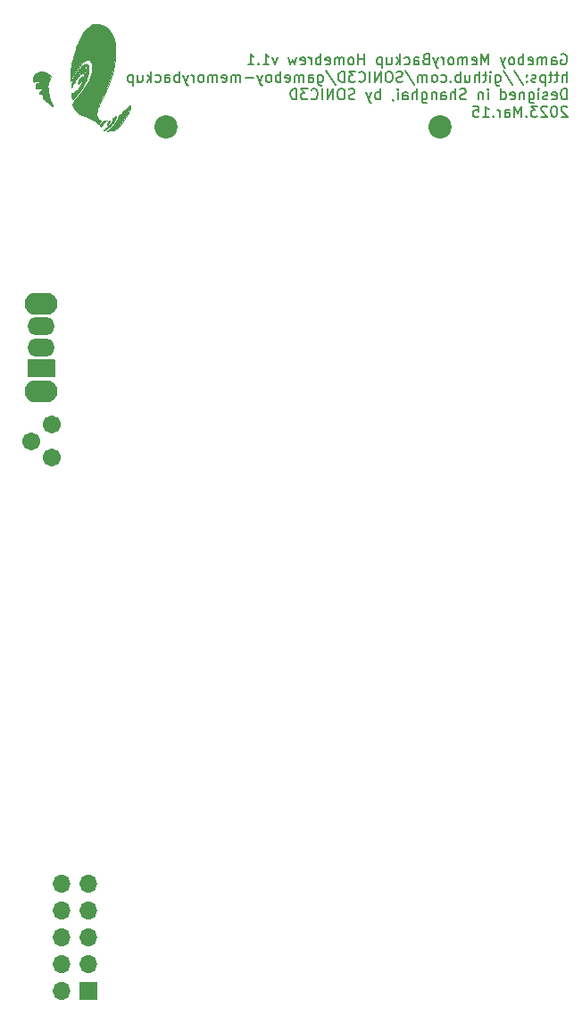
<source format=gbs>
%TF.GenerationSoftware,KiCad,Pcbnew,(5.1.10-1-10_14)*%
%TF.CreationDate,2023-03-17T01:48:03+08:00*%
%TF.ProjectId,GB_MemoryBackup_Mainboard,47425f4d-656d-46f7-9279-4261636b7570,1.1*%
%TF.SameCoordinates,Original*%
%TF.FileFunction,Soldermask,Bot*%
%TF.FilePolarity,Negative*%
%FSLAX46Y46*%
G04 Gerber Fmt 4.6, Leading zero omitted, Abs format (unit mm)*
G04 Created by KiCad (PCBNEW (5.1.10-1-10_14)) date 2023-03-17 01:48:03*
%MOMM*%
%LPD*%
G01*
G04 APERTURE LIST*
%ADD10C,0.150000*%
%ADD11C,0.010000*%
%ADD12C,1.702000*%
%ADD13O,3.102000X2.102000*%
%ADD14O,2.602000X1.702000*%
%ADD15R,1.700000X1.700000*%
%ADD16O,1.700000X1.700000*%
%ADD17C,2.200000*%
G04 APERTURE END LIST*
D10*
X114075595Y-48460000D02*
X114170833Y-48412380D01*
X114313690Y-48412380D01*
X114456547Y-48460000D01*
X114551785Y-48555238D01*
X114599404Y-48650476D01*
X114647023Y-48840952D01*
X114647023Y-48983809D01*
X114599404Y-49174285D01*
X114551785Y-49269523D01*
X114456547Y-49364761D01*
X114313690Y-49412380D01*
X114218452Y-49412380D01*
X114075595Y-49364761D01*
X114027976Y-49317142D01*
X114027976Y-48983809D01*
X114218452Y-48983809D01*
X113170833Y-49412380D02*
X113170833Y-48888571D01*
X113218452Y-48793333D01*
X113313690Y-48745714D01*
X113504166Y-48745714D01*
X113599404Y-48793333D01*
X113170833Y-49364761D02*
X113266071Y-49412380D01*
X113504166Y-49412380D01*
X113599404Y-49364761D01*
X113647023Y-49269523D01*
X113647023Y-49174285D01*
X113599404Y-49079047D01*
X113504166Y-49031428D01*
X113266071Y-49031428D01*
X113170833Y-48983809D01*
X112694642Y-49412380D02*
X112694642Y-48745714D01*
X112694642Y-48840952D02*
X112647023Y-48793333D01*
X112551785Y-48745714D01*
X112408928Y-48745714D01*
X112313690Y-48793333D01*
X112266071Y-48888571D01*
X112266071Y-49412380D01*
X112266071Y-48888571D02*
X112218452Y-48793333D01*
X112123214Y-48745714D01*
X111980357Y-48745714D01*
X111885119Y-48793333D01*
X111837500Y-48888571D01*
X111837500Y-49412380D01*
X110980357Y-49364761D02*
X111075595Y-49412380D01*
X111266071Y-49412380D01*
X111361309Y-49364761D01*
X111408928Y-49269523D01*
X111408928Y-48888571D01*
X111361309Y-48793333D01*
X111266071Y-48745714D01*
X111075595Y-48745714D01*
X110980357Y-48793333D01*
X110932738Y-48888571D01*
X110932738Y-48983809D01*
X111408928Y-49079047D01*
X110504166Y-49412380D02*
X110504166Y-48412380D01*
X110504166Y-48793333D02*
X110408928Y-48745714D01*
X110218452Y-48745714D01*
X110123214Y-48793333D01*
X110075595Y-48840952D01*
X110027976Y-48936190D01*
X110027976Y-49221904D01*
X110075595Y-49317142D01*
X110123214Y-49364761D01*
X110218452Y-49412380D01*
X110408928Y-49412380D01*
X110504166Y-49364761D01*
X109456547Y-49412380D02*
X109551785Y-49364761D01*
X109599404Y-49317142D01*
X109647023Y-49221904D01*
X109647023Y-48936190D01*
X109599404Y-48840952D01*
X109551785Y-48793333D01*
X109456547Y-48745714D01*
X109313690Y-48745714D01*
X109218452Y-48793333D01*
X109170833Y-48840952D01*
X109123214Y-48936190D01*
X109123214Y-49221904D01*
X109170833Y-49317142D01*
X109218452Y-49364761D01*
X109313690Y-49412380D01*
X109456547Y-49412380D01*
X108789880Y-48745714D02*
X108551785Y-49412380D01*
X108313690Y-48745714D02*
X108551785Y-49412380D01*
X108647023Y-49650476D01*
X108694642Y-49698095D01*
X108789880Y-49745714D01*
X107170833Y-49412380D02*
X107170833Y-48412380D01*
X106837500Y-49126666D01*
X106504166Y-48412380D01*
X106504166Y-49412380D01*
X105647023Y-49364761D02*
X105742261Y-49412380D01*
X105932738Y-49412380D01*
X106027976Y-49364761D01*
X106075595Y-49269523D01*
X106075595Y-48888571D01*
X106027976Y-48793333D01*
X105932738Y-48745714D01*
X105742261Y-48745714D01*
X105647023Y-48793333D01*
X105599404Y-48888571D01*
X105599404Y-48983809D01*
X106075595Y-49079047D01*
X105170833Y-49412380D02*
X105170833Y-48745714D01*
X105170833Y-48840952D02*
X105123214Y-48793333D01*
X105027976Y-48745714D01*
X104885119Y-48745714D01*
X104789880Y-48793333D01*
X104742261Y-48888571D01*
X104742261Y-49412380D01*
X104742261Y-48888571D02*
X104694642Y-48793333D01*
X104599404Y-48745714D01*
X104456547Y-48745714D01*
X104361309Y-48793333D01*
X104313690Y-48888571D01*
X104313690Y-49412380D01*
X103694642Y-49412380D02*
X103789880Y-49364761D01*
X103837500Y-49317142D01*
X103885119Y-49221904D01*
X103885119Y-48936190D01*
X103837500Y-48840952D01*
X103789880Y-48793333D01*
X103694642Y-48745714D01*
X103551785Y-48745714D01*
X103456547Y-48793333D01*
X103408928Y-48840952D01*
X103361309Y-48936190D01*
X103361309Y-49221904D01*
X103408928Y-49317142D01*
X103456547Y-49364761D01*
X103551785Y-49412380D01*
X103694642Y-49412380D01*
X102932738Y-49412380D02*
X102932738Y-48745714D01*
X102932738Y-48936190D02*
X102885119Y-48840952D01*
X102837500Y-48793333D01*
X102742261Y-48745714D01*
X102647023Y-48745714D01*
X102408928Y-48745714D02*
X102170833Y-49412380D01*
X101932738Y-48745714D02*
X102170833Y-49412380D01*
X102266071Y-49650476D01*
X102313690Y-49698095D01*
X102408928Y-49745714D01*
X101218452Y-48888571D02*
X101075595Y-48936190D01*
X101027976Y-48983809D01*
X100980357Y-49079047D01*
X100980357Y-49221904D01*
X101027976Y-49317142D01*
X101075595Y-49364761D01*
X101170833Y-49412380D01*
X101551785Y-49412380D01*
X101551785Y-48412380D01*
X101218452Y-48412380D01*
X101123214Y-48460000D01*
X101075595Y-48507619D01*
X101027976Y-48602857D01*
X101027976Y-48698095D01*
X101075595Y-48793333D01*
X101123214Y-48840952D01*
X101218452Y-48888571D01*
X101551785Y-48888571D01*
X100123214Y-49412380D02*
X100123214Y-48888571D01*
X100170833Y-48793333D01*
X100266071Y-48745714D01*
X100456547Y-48745714D01*
X100551785Y-48793333D01*
X100123214Y-49364761D02*
X100218452Y-49412380D01*
X100456547Y-49412380D01*
X100551785Y-49364761D01*
X100599404Y-49269523D01*
X100599404Y-49174285D01*
X100551785Y-49079047D01*
X100456547Y-49031428D01*
X100218452Y-49031428D01*
X100123214Y-48983809D01*
X99218452Y-49364761D02*
X99313690Y-49412380D01*
X99504166Y-49412380D01*
X99599404Y-49364761D01*
X99647023Y-49317142D01*
X99694642Y-49221904D01*
X99694642Y-48936190D01*
X99647023Y-48840952D01*
X99599404Y-48793333D01*
X99504166Y-48745714D01*
X99313690Y-48745714D01*
X99218452Y-48793333D01*
X98789880Y-49412380D02*
X98789880Y-48412380D01*
X98694642Y-49031428D02*
X98408928Y-49412380D01*
X98408928Y-48745714D02*
X98789880Y-49126666D01*
X97551785Y-48745714D02*
X97551785Y-49412380D01*
X97980357Y-48745714D02*
X97980357Y-49269523D01*
X97932738Y-49364761D01*
X97837500Y-49412380D01*
X97694642Y-49412380D01*
X97599404Y-49364761D01*
X97551785Y-49317142D01*
X97075595Y-48745714D02*
X97075595Y-49745714D01*
X97075595Y-48793333D02*
X96980357Y-48745714D01*
X96789880Y-48745714D01*
X96694642Y-48793333D01*
X96647023Y-48840952D01*
X96599404Y-48936190D01*
X96599404Y-49221904D01*
X96647023Y-49317142D01*
X96694642Y-49364761D01*
X96789880Y-49412380D01*
X96980357Y-49412380D01*
X97075595Y-49364761D01*
X95408928Y-49412380D02*
X95408928Y-48412380D01*
X95408928Y-48888571D02*
X94837500Y-48888571D01*
X94837500Y-49412380D02*
X94837500Y-48412380D01*
X94218452Y-49412380D02*
X94313690Y-49364761D01*
X94361309Y-49317142D01*
X94408928Y-49221904D01*
X94408928Y-48936190D01*
X94361309Y-48840952D01*
X94313690Y-48793333D01*
X94218452Y-48745714D01*
X94075595Y-48745714D01*
X93980357Y-48793333D01*
X93932738Y-48840952D01*
X93885119Y-48936190D01*
X93885119Y-49221904D01*
X93932738Y-49317142D01*
X93980357Y-49364761D01*
X94075595Y-49412380D01*
X94218452Y-49412380D01*
X93456547Y-49412380D02*
X93456547Y-48745714D01*
X93456547Y-48840952D02*
X93408928Y-48793333D01*
X93313690Y-48745714D01*
X93170833Y-48745714D01*
X93075595Y-48793333D01*
X93027976Y-48888571D01*
X93027976Y-49412380D01*
X93027976Y-48888571D02*
X92980357Y-48793333D01*
X92885119Y-48745714D01*
X92742261Y-48745714D01*
X92647023Y-48793333D01*
X92599404Y-48888571D01*
X92599404Y-49412380D01*
X91742261Y-49364761D02*
X91837500Y-49412380D01*
X92027976Y-49412380D01*
X92123214Y-49364761D01*
X92170833Y-49269523D01*
X92170833Y-48888571D01*
X92123214Y-48793333D01*
X92027976Y-48745714D01*
X91837500Y-48745714D01*
X91742261Y-48793333D01*
X91694642Y-48888571D01*
X91694642Y-48983809D01*
X92170833Y-49079047D01*
X91266071Y-49412380D02*
X91266071Y-48412380D01*
X91266071Y-48793333D02*
X91170833Y-48745714D01*
X90980357Y-48745714D01*
X90885119Y-48793333D01*
X90837500Y-48840952D01*
X90789880Y-48936190D01*
X90789880Y-49221904D01*
X90837500Y-49317142D01*
X90885119Y-49364761D01*
X90980357Y-49412380D01*
X91170833Y-49412380D01*
X91266071Y-49364761D01*
X90361309Y-49412380D02*
X90361309Y-48745714D01*
X90361309Y-48936190D02*
X90313690Y-48840952D01*
X90266071Y-48793333D01*
X90170833Y-48745714D01*
X90075595Y-48745714D01*
X89361309Y-49364761D02*
X89456547Y-49412380D01*
X89647023Y-49412380D01*
X89742261Y-49364761D01*
X89789880Y-49269523D01*
X89789880Y-48888571D01*
X89742261Y-48793333D01*
X89647023Y-48745714D01*
X89456547Y-48745714D01*
X89361309Y-48793333D01*
X89313690Y-48888571D01*
X89313690Y-48983809D01*
X89789880Y-49079047D01*
X88980357Y-48745714D02*
X88789880Y-49412380D01*
X88599404Y-48936190D01*
X88408928Y-49412380D01*
X88218452Y-48745714D01*
X87170833Y-48745714D02*
X86932738Y-49412380D01*
X86694642Y-48745714D01*
X85789880Y-49412380D02*
X86361309Y-49412380D01*
X86075595Y-49412380D02*
X86075595Y-48412380D01*
X86170833Y-48555238D01*
X86266071Y-48650476D01*
X86361309Y-48698095D01*
X85361309Y-49317142D02*
X85313690Y-49364761D01*
X85361309Y-49412380D01*
X85408928Y-49364761D01*
X85361309Y-49317142D01*
X85361309Y-49412380D01*
X84361309Y-49412380D02*
X84932738Y-49412380D01*
X84647023Y-49412380D02*
X84647023Y-48412380D01*
X84742261Y-48555238D01*
X84837500Y-48650476D01*
X84932738Y-48698095D01*
X114599404Y-51062380D02*
X114599404Y-50062380D01*
X114170833Y-51062380D02*
X114170833Y-50538571D01*
X114218452Y-50443333D01*
X114313690Y-50395714D01*
X114456547Y-50395714D01*
X114551785Y-50443333D01*
X114599404Y-50490952D01*
X113837500Y-50395714D02*
X113456547Y-50395714D01*
X113694642Y-50062380D02*
X113694642Y-50919523D01*
X113647023Y-51014761D01*
X113551785Y-51062380D01*
X113456547Y-51062380D01*
X113266071Y-50395714D02*
X112885119Y-50395714D01*
X113123214Y-50062380D02*
X113123214Y-50919523D01*
X113075595Y-51014761D01*
X112980357Y-51062380D01*
X112885119Y-51062380D01*
X112551785Y-50395714D02*
X112551785Y-51395714D01*
X112551785Y-50443333D02*
X112456547Y-50395714D01*
X112266071Y-50395714D01*
X112170833Y-50443333D01*
X112123214Y-50490952D01*
X112075595Y-50586190D01*
X112075595Y-50871904D01*
X112123214Y-50967142D01*
X112170833Y-51014761D01*
X112266071Y-51062380D01*
X112456547Y-51062380D01*
X112551785Y-51014761D01*
X111694642Y-51014761D02*
X111599404Y-51062380D01*
X111408928Y-51062380D01*
X111313690Y-51014761D01*
X111266071Y-50919523D01*
X111266071Y-50871904D01*
X111313690Y-50776666D01*
X111408928Y-50729047D01*
X111551785Y-50729047D01*
X111647023Y-50681428D01*
X111694642Y-50586190D01*
X111694642Y-50538571D01*
X111647023Y-50443333D01*
X111551785Y-50395714D01*
X111408928Y-50395714D01*
X111313690Y-50443333D01*
X110837500Y-50967142D02*
X110789880Y-51014761D01*
X110837500Y-51062380D01*
X110885119Y-51014761D01*
X110837500Y-50967142D01*
X110837500Y-51062380D01*
X110837500Y-50443333D02*
X110789880Y-50490952D01*
X110837500Y-50538571D01*
X110885119Y-50490952D01*
X110837500Y-50443333D01*
X110837500Y-50538571D01*
X109647023Y-50014761D02*
X110504166Y-51300476D01*
X108599404Y-50014761D02*
X109456547Y-51300476D01*
X107837500Y-50395714D02*
X107837500Y-51205238D01*
X107885119Y-51300476D01*
X107932738Y-51348095D01*
X108027976Y-51395714D01*
X108170833Y-51395714D01*
X108266071Y-51348095D01*
X107837500Y-51014761D02*
X107932738Y-51062380D01*
X108123214Y-51062380D01*
X108218452Y-51014761D01*
X108266071Y-50967142D01*
X108313690Y-50871904D01*
X108313690Y-50586190D01*
X108266071Y-50490952D01*
X108218452Y-50443333D01*
X108123214Y-50395714D01*
X107932738Y-50395714D01*
X107837500Y-50443333D01*
X107361309Y-51062380D02*
X107361309Y-50395714D01*
X107361309Y-50062380D02*
X107408928Y-50110000D01*
X107361309Y-50157619D01*
X107313690Y-50110000D01*
X107361309Y-50062380D01*
X107361309Y-50157619D01*
X107027976Y-50395714D02*
X106647023Y-50395714D01*
X106885119Y-50062380D02*
X106885119Y-50919523D01*
X106837500Y-51014761D01*
X106742261Y-51062380D01*
X106647023Y-51062380D01*
X106313690Y-51062380D02*
X106313690Y-50062380D01*
X105885119Y-51062380D02*
X105885119Y-50538571D01*
X105932738Y-50443333D01*
X106027976Y-50395714D01*
X106170833Y-50395714D01*
X106266071Y-50443333D01*
X106313690Y-50490952D01*
X104980357Y-50395714D02*
X104980357Y-51062380D01*
X105408928Y-50395714D02*
X105408928Y-50919523D01*
X105361309Y-51014761D01*
X105266071Y-51062380D01*
X105123214Y-51062380D01*
X105027976Y-51014761D01*
X104980357Y-50967142D01*
X104504166Y-51062380D02*
X104504166Y-50062380D01*
X104504166Y-50443333D02*
X104408928Y-50395714D01*
X104218452Y-50395714D01*
X104123214Y-50443333D01*
X104075595Y-50490952D01*
X104027976Y-50586190D01*
X104027976Y-50871904D01*
X104075595Y-50967142D01*
X104123214Y-51014761D01*
X104218452Y-51062380D01*
X104408928Y-51062380D01*
X104504166Y-51014761D01*
X103599404Y-50967142D02*
X103551785Y-51014761D01*
X103599404Y-51062380D01*
X103647023Y-51014761D01*
X103599404Y-50967142D01*
X103599404Y-51062380D01*
X102694642Y-51014761D02*
X102789880Y-51062380D01*
X102980357Y-51062380D01*
X103075595Y-51014761D01*
X103123214Y-50967142D01*
X103170833Y-50871904D01*
X103170833Y-50586190D01*
X103123214Y-50490952D01*
X103075595Y-50443333D01*
X102980357Y-50395714D01*
X102789880Y-50395714D01*
X102694642Y-50443333D01*
X102123214Y-51062380D02*
X102218452Y-51014761D01*
X102266071Y-50967142D01*
X102313690Y-50871904D01*
X102313690Y-50586190D01*
X102266071Y-50490952D01*
X102218452Y-50443333D01*
X102123214Y-50395714D01*
X101980357Y-50395714D01*
X101885119Y-50443333D01*
X101837500Y-50490952D01*
X101789880Y-50586190D01*
X101789880Y-50871904D01*
X101837500Y-50967142D01*
X101885119Y-51014761D01*
X101980357Y-51062380D01*
X102123214Y-51062380D01*
X101361309Y-51062380D02*
X101361309Y-50395714D01*
X101361309Y-50490952D02*
X101313690Y-50443333D01*
X101218452Y-50395714D01*
X101075595Y-50395714D01*
X100980357Y-50443333D01*
X100932738Y-50538571D01*
X100932738Y-51062380D01*
X100932738Y-50538571D02*
X100885119Y-50443333D01*
X100789880Y-50395714D01*
X100647023Y-50395714D01*
X100551785Y-50443333D01*
X100504166Y-50538571D01*
X100504166Y-51062380D01*
X99313690Y-50014761D02*
X100170833Y-51300476D01*
X99027976Y-51014761D02*
X98885119Y-51062380D01*
X98647023Y-51062380D01*
X98551785Y-51014761D01*
X98504166Y-50967142D01*
X98456547Y-50871904D01*
X98456547Y-50776666D01*
X98504166Y-50681428D01*
X98551785Y-50633809D01*
X98647023Y-50586190D01*
X98837500Y-50538571D01*
X98932738Y-50490952D01*
X98980357Y-50443333D01*
X99027976Y-50348095D01*
X99027976Y-50252857D01*
X98980357Y-50157619D01*
X98932738Y-50110000D01*
X98837500Y-50062380D01*
X98599404Y-50062380D01*
X98456547Y-50110000D01*
X97837500Y-50062380D02*
X97647023Y-50062380D01*
X97551785Y-50110000D01*
X97456547Y-50205238D01*
X97408928Y-50395714D01*
X97408928Y-50729047D01*
X97456547Y-50919523D01*
X97551785Y-51014761D01*
X97647023Y-51062380D01*
X97837500Y-51062380D01*
X97932738Y-51014761D01*
X98027976Y-50919523D01*
X98075595Y-50729047D01*
X98075595Y-50395714D01*
X98027976Y-50205238D01*
X97932738Y-50110000D01*
X97837500Y-50062380D01*
X96980357Y-51062380D02*
X96980357Y-50062380D01*
X96408928Y-51062380D01*
X96408928Y-50062380D01*
X95932738Y-51062380D02*
X95932738Y-50062380D01*
X94885119Y-50967142D02*
X94932738Y-51014761D01*
X95075595Y-51062380D01*
X95170833Y-51062380D01*
X95313690Y-51014761D01*
X95408928Y-50919523D01*
X95456547Y-50824285D01*
X95504166Y-50633809D01*
X95504166Y-50490952D01*
X95456547Y-50300476D01*
X95408928Y-50205238D01*
X95313690Y-50110000D01*
X95170833Y-50062380D01*
X95075595Y-50062380D01*
X94932738Y-50110000D01*
X94885119Y-50157619D01*
X94551785Y-50062380D02*
X93932738Y-50062380D01*
X94266071Y-50443333D01*
X94123214Y-50443333D01*
X94027976Y-50490952D01*
X93980357Y-50538571D01*
X93932738Y-50633809D01*
X93932738Y-50871904D01*
X93980357Y-50967142D01*
X94027976Y-51014761D01*
X94123214Y-51062380D01*
X94408928Y-51062380D01*
X94504166Y-51014761D01*
X94551785Y-50967142D01*
X93504166Y-51062380D02*
X93504166Y-50062380D01*
X93266071Y-50062380D01*
X93123214Y-50110000D01*
X93027976Y-50205238D01*
X92980357Y-50300476D01*
X92932738Y-50490952D01*
X92932738Y-50633809D01*
X92980357Y-50824285D01*
X93027976Y-50919523D01*
X93123214Y-51014761D01*
X93266071Y-51062380D01*
X93504166Y-51062380D01*
X91789880Y-50014761D02*
X92647023Y-51300476D01*
X91027976Y-50395714D02*
X91027976Y-51205238D01*
X91075595Y-51300476D01*
X91123214Y-51348095D01*
X91218452Y-51395714D01*
X91361309Y-51395714D01*
X91456547Y-51348095D01*
X91027976Y-51014761D02*
X91123214Y-51062380D01*
X91313690Y-51062380D01*
X91408928Y-51014761D01*
X91456547Y-50967142D01*
X91504166Y-50871904D01*
X91504166Y-50586190D01*
X91456547Y-50490952D01*
X91408928Y-50443333D01*
X91313690Y-50395714D01*
X91123214Y-50395714D01*
X91027976Y-50443333D01*
X90123214Y-51062380D02*
X90123214Y-50538571D01*
X90170833Y-50443333D01*
X90266071Y-50395714D01*
X90456547Y-50395714D01*
X90551785Y-50443333D01*
X90123214Y-51014761D02*
X90218452Y-51062380D01*
X90456547Y-51062380D01*
X90551785Y-51014761D01*
X90599404Y-50919523D01*
X90599404Y-50824285D01*
X90551785Y-50729047D01*
X90456547Y-50681428D01*
X90218452Y-50681428D01*
X90123214Y-50633809D01*
X89647023Y-51062380D02*
X89647023Y-50395714D01*
X89647023Y-50490952D02*
X89599404Y-50443333D01*
X89504166Y-50395714D01*
X89361309Y-50395714D01*
X89266071Y-50443333D01*
X89218452Y-50538571D01*
X89218452Y-51062380D01*
X89218452Y-50538571D02*
X89170833Y-50443333D01*
X89075595Y-50395714D01*
X88932738Y-50395714D01*
X88837500Y-50443333D01*
X88789880Y-50538571D01*
X88789880Y-51062380D01*
X87932738Y-51014761D02*
X88027976Y-51062380D01*
X88218452Y-51062380D01*
X88313690Y-51014761D01*
X88361309Y-50919523D01*
X88361309Y-50538571D01*
X88313690Y-50443333D01*
X88218452Y-50395714D01*
X88027976Y-50395714D01*
X87932738Y-50443333D01*
X87885119Y-50538571D01*
X87885119Y-50633809D01*
X88361309Y-50729047D01*
X87456547Y-51062380D02*
X87456547Y-50062380D01*
X87456547Y-50443333D02*
X87361309Y-50395714D01*
X87170833Y-50395714D01*
X87075595Y-50443333D01*
X87027976Y-50490952D01*
X86980357Y-50586190D01*
X86980357Y-50871904D01*
X87027976Y-50967142D01*
X87075595Y-51014761D01*
X87170833Y-51062380D01*
X87361309Y-51062380D01*
X87456547Y-51014761D01*
X86408928Y-51062380D02*
X86504166Y-51014761D01*
X86551785Y-50967142D01*
X86599404Y-50871904D01*
X86599404Y-50586190D01*
X86551785Y-50490952D01*
X86504166Y-50443333D01*
X86408928Y-50395714D01*
X86266071Y-50395714D01*
X86170833Y-50443333D01*
X86123214Y-50490952D01*
X86075595Y-50586190D01*
X86075595Y-50871904D01*
X86123214Y-50967142D01*
X86170833Y-51014761D01*
X86266071Y-51062380D01*
X86408928Y-51062380D01*
X85742261Y-50395714D02*
X85504166Y-51062380D01*
X85266071Y-50395714D02*
X85504166Y-51062380D01*
X85599404Y-51300476D01*
X85647023Y-51348095D01*
X85742261Y-51395714D01*
X84885119Y-50681428D02*
X84123214Y-50681428D01*
X83647023Y-51062380D02*
X83647023Y-50395714D01*
X83647023Y-50490952D02*
X83599404Y-50443333D01*
X83504166Y-50395714D01*
X83361309Y-50395714D01*
X83266071Y-50443333D01*
X83218452Y-50538571D01*
X83218452Y-51062380D01*
X83218452Y-50538571D02*
X83170833Y-50443333D01*
X83075595Y-50395714D01*
X82932738Y-50395714D01*
X82837500Y-50443333D01*
X82789880Y-50538571D01*
X82789880Y-51062380D01*
X81932738Y-51014761D02*
X82027976Y-51062380D01*
X82218452Y-51062380D01*
X82313690Y-51014761D01*
X82361309Y-50919523D01*
X82361309Y-50538571D01*
X82313690Y-50443333D01*
X82218452Y-50395714D01*
X82027976Y-50395714D01*
X81932738Y-50443333D01*
X81885119Y-50538571D01*
X81885119Y-50633809D01*
X82361309Y-50729047D01*
X81456547Y-51062380D02*
X81456547Y-50395714D01*
X81456547Y-50490952D02*
X81408928Y-50443333D01*
X81313690Y-50395714D01*
X81170833Y-50395714D01*
X81075595Y-50443333D01*
X81027976Y-50538571D01*
X81027976Y-51062380D01*
X81027976Y-50538571D02*
X80980357Y-50443333D01*
X80885119Y-50395714D01*
X80742261Y-50395714D01*
X80647023Y-50443333D01*
X80599404Y-50538571D01*
X80599404Y-51062380D01*
X79980357Y-51062380D02*
X80075595Y-51014761D01*
X80123214Y-50967142D01*
X80170833Y-50871904D01*
X80170833Y-50586190D01*
X80123214Y-50490952D01*
X80075595Y-50443333D01*
X79980357Y-50395714D01*
X79837500Y-50395714D01*
X79742261Y-50443333D01*
X79694642Y-50490952D01*
X79647023Y-50586190D01*
X79647023Y-50871904D01*
X79694642Y-50967142D01*
X79742261Y-51014761D01*
X79837500Y-51062380D01*
X79980357Y-51062380D01*
X79218452Y-51062380D02*
X79218452Y-50395714D01*
X79218452Y-50586190D02*
X79170833Y-50490952D01*
X79123214Y-50443333D01*
X79027976Y-50395714D01*
X78932738Y-50395714D01*
X78694642Y-50395714D02*
X78456547Y-51062380D01*
X78218452Y-50395714D02*
X78456547Y-51062380D01*
X78551785Y-51300476D01*
X78599404Y-51348095D01*
X78694642Y-51395714D01*
X77837500Y-51062380D02*
X77837500Y-50062380D01*
X77837500Y-50443333D02*
X77742261Y-50395714D01*
X77551785Y-50395714D01*
X77456547Y-50443333D01*
X77408928Y-50490952D01*
X77361309Y-50586190D01*
X77361309Y-50871904D01*
X77408928Y-50967142D01*
X77456547Y-51014761D01*
X77551785Y-51062380D01*
X77742261Y-51062380D01*
X77837500Y-51014761D01*
X76504166Y-51062380D02*
X76504166Y-50538571D01*
X76551785Y-50443333D01*
X76647023Y-50395714D01*
X76837500Y-50395714D01*
X76932738Y-50443333D01*
X76504166Y-51014761D02*
X76599404Y-51062380D01*
X76837500Y-51062380D01*
X76932738Y-51014761D01*
X76980357Y-50919523D01*
X76980357Y-50824285D01*
X76932738Y-50729047D01*
X76837500Y-50681428D01*
X76599404Y-50681428D01*
X76504166Y-50633809D01*
X75599404Y-51014761D02*
X75694642Y-51062380D01*
X75885119Y-51062380D01*
X75980357Y-51014761D01*
X76027976Y-50967142D01*
X76075595Y-50871904D01*
X76075595Y-50586190D01*
X76027976Y-50490952D01*
X75980357Y-50443333D01*
X75885119Y-50395714D01*
X75694642Y-50395714D01*
X75599404Y-50443333D01*
X75170833Y-51062380D02*
X75170833Y-50062380D01*
X75075595Y-50681428D02*
X74789880Y-51062380D01*
X74789880Y-50395714D02*
X75170833Y-50776666D01*
X73932738Y-50395714D02*
X73932738Y-51062380D01*
X74361309Y-50395714D02*
X74361309Y-50919523D01*
X74313690Y-51014761D01*
X74218452Y-51062380D01*
X74075595Y-51062380D01*
X73980357Y-51014761D01*
X73932738Y-50967142D01*
X73456547Y-50395714D02*
X73456547Y-51395714D01*
X73456547Y-50443333D02*
X73361309Y-50395714D01*
X73170833Y-50395714D01*
X73075595Y-50443333D01*
X73027976Y-50490952D01*
X72980357Y-50586190D01*
X72980357Y-50871904D01*
X73027976Y-50967142D01*
X73075595Y-51014761D01*
X73170833Y-51062380D01*
X73361309Y-51062380D01*
X73456547Y-51014761D01*
X114599404Y-52712380D02*
X114599404Y-51712380D01*
X114361309Y-51712380D01*
X114218452Y-51760000D01*
X114123214Y-51855238D01*
X114075595Y-51950476D01*
X114027976Y-52140952D01*
X114027976Y-52283809D01*
X114075595Y-52474285D01*
X114123214Y-52569523D01*
X114218452Y-52664761D01*
X114361309Y-52712380D01*
X114599404Y-52712380D01*
X113218452Y-52664761D02*
X113313690Y-52712380D01*
X113504166Y-52712380D01*
X113599404Y-52664761D01*
X113647023Y-52569523D01*
X113647023Y-52188571D01*
X113599404Y-52093333D01*
X113504166Y-52045714D01*
X113313690Y-52045714D01*
X113218452Y-52093333D01*
X113170833Y-52188571D01*
X113170833Y-52283809D01*
X113647023Y-52379047D01*
X112789880Y-52664761D02*
X112694642Y-52712380D01*
X112504166Y-52712380D01*
X112408928Y-52664761D01*
X112361309Y-52569523D01*
X112361309Y-52521904D01*
X112408928Y-52426666D01*
X112504166Y-52379047D01*
X112647023Y-52379047D01*
X112742261Y-52331428D01*
X112789880Y-52236190D01*
X112789880Y-52188571D01*
X112742261Y-52093333D01*
X112647023Y-52045714D01*
X112504166Y-52045714D01*
X112408928Y-52093333D01*
X111932738Y-52712380D02*
X111932738Y-52045714D01*
X111932738Y-51712380D02*
X111980357Y-51760000D01*
X111932738Y-51807619D01*
X111885119Y-51760000D01*
X111932738Y-51712380D01*
X111932738Y-51807619D01*
X111027976Y-52045714D02*
X111027976Y-52855238D01*
X111075595Y-52950476D01*
X111123214Y-52998095D01*
X111218452Y-53045714D01*
X111361309Y-53045714D01*
X111456547Y-52998095D01*
X111027976Y-52664761D02*
X111123214Y-52712380D01*
X111313690Y-52712380D01*
X111408928Y-52664761D01*
X111456547Y-52617142D01*
X111504166Y-52521904D01*
X111504166Y-52236190D01*
X111456547Y-52140952D01*
X111408928Y-52093333D01*
X111313690Y-52045714D01*
X111123214Y-52045714D01*
X111027976Y-52093333D01*
X110551785Y-52045714D02*
X110551785Y-52712380D01*
X110551785Y-52140952D02*
X110504166Y-52093333D01*
X110408928Y-52045714D01*
X110266071Y-52045714D01*
X110170833Y-52093333D01*
X110123214Y-52188571D01*
X110123214Y-52712380D01*
X109266071Y-52664761D02*
X109361309Y-52712380D01*
X109551785Y-52712380D01*
X109647023Y-52664761D01*
X109694642Y-52569523D01*
X109694642Y-52188571D01*
X109647023Y-52093333D01*
X109551785Y-52045714D01*
X109361309Y-52045714D01*
X109266071Y-52093333D01*
X109218452Y-52188571D01*
X109218452Y-52283809D01*
X109694642Y-52379047D01*
X108361309Y-52712380D02*
X108361309Y-51712380D01*
X108361309Y-52664761D02*
X108456547Y-52712380D01*
X108647023Y-52712380D01*
X108742261Y-52664761D01*
X108789880Y-52617142D01*
X108837500Y-52521904D01*
X108837500Y-52236190D01*
X108789880Y-52140952D01*
X108742261Y-52093333D01*
X108647023Y-52045714D01*
X108456547Y-52045714D01*
X108361309Y-52093333D01*
X107123214Y-52712380D02*
X107123214Y-52045714D01*
X107123214Y-51712380D02*
X107170833Y-51760000D01*
X107123214Y-51807619D01*
X107075595Y-51760000D01*
X107123214Y-51712380D01*
X107123214Y-51807619D01*
X106647023Y-52045714D02*
X106647023Y-52712380D01*
X106647023Y-52140952D02*
X106599404Y-52093333D01*
X106504166Y-52045714D01*
X106361309Y-52045714D01*
X106266071Y-52093333D01*
X106218452Y-52188571D01*
X106218452Y-52712380D01*
X105027976Y-52664761D02*
X104885119Y-52712380D01*
X104647023Y-52712380D01*
X104551785Y-52664761D01*
X104504166Y-52617142D01*
X104456547Y-52521904D01*
X104456547Y-52426666D01*
X104504166Y-52331428D01*
X104551785Y-52283809D01*
X104647023Y-52236190D01*
X104837500Y-52188571D01*
X104932738Y-52140952D01*
X104980357Y-52093333D01*
X105027976Y-51998095D01*
X105027976Y-51902857D01*
X104980357Y-51807619D01*
X104932738Y-51760000D01*
X104837500Y-51712380D01*
X104599404Y-51712380D01*
X104456547Y-51760000D01*
X104027976Y-52712380D02*
X104027976Y-51712380D01*
X103599404Y-52712380D02*
X103599404Y-52188571D01*
X103647023Y-52093333D01*
X103742261Y-52045714D01*
X103885119Y-52045714D01*
X103980357Y-52093333D01*
X104027976Y-52140952D01*
X102694642Y-52712380D02*
X102694642Y-52188571D01*
X102742261Y-52093333D01*
X102837500Y-52045714D01*
X103027976Y-52045714D01*
X103123214Y-52093333D01*
X102694642Y-52664761D02*
X102789880Y-52712380D01*
X103027976Y-52712380D01*
X103123214Y-52664761D01*
X103170833Y-52569523D01*
X103170833Y-52474285D01*
X103123214Y-52379047D01*
X103027976Y-52331428D01*
X102789880Y-52331428D01*
X102694642Y-52283809D01*
X102218452Y-52045714D02*
X102218452Y-52712380D01*
X102218452Y-52140952D02*
X102170833Y-52093333D01*
X102075595Y-52045714D01*
X101932738Y-52045714D01*
X101837500Y-52093333D01*
X101789880Y-52188571D01*
X101789880Y-52712380D01*
X100885119Y-52045714D02*
X100885119Y-52855238D01*
X100932738Y-52950476D01*
X100980357Y-52998095D01*
X101075595Y-53045714D01*
X101218452Y-53045714D01*
X101313690Y-52998095D01*
X100885119Y-52664761D02*
X100980357Y-52712380D01*
X101170833Y-52712380D01*
X101266071Y-52664761D01*
X101313690Y-52617142D01*
X101361309Y-52521904D01*
X101361309Y-52236190D01*
X101313690Y-52140952D01*
X101266071Y-52093333D01*
X101170833Y-52045714D01*
X100980357Y-52045714D01*
X100885119Y-52093333D01*
X100408928Y-52712380D02*
X100408928Y-51712380D01*
X99980357Y-52712380D02*
X99980357Y-52188571D01*
X100027976Y-52093333D01*
X100123214Y-52045714D01*
X100266071Y-52045714D01*
X100361309Y-52093333D01*
X100408928Y-52140952D01*
X99075595Y-52712380D02*
X99075595Y-52188571D01*
X99123214Y-52093333D01*
X99218452Y-52045714D01*
X99408928Y-52045714D01*
X99504166Y-52093333D01*
X99075595Y-52664761D02*
X99170833Y-52712380D01*
X99408928Y-52712380D01*
X99504166Y-52664761D01*
X99551785Y-52569523D01*
X99551785Y-52474285D01*
X99504166Y-52379047D01*
X99408928Y-52331428D01*
X99170833Y-52331428D01*
X99075595Y-52283809D01*
X98599404Y-52712380D02*
X98599404Y-52045714D01*
X98599404Y-51712380D02*
X98647023Y-51760000D01*
X98599404Y-51807619D01*
X98551785Y-51760000D01*
X98599404Y-51712380D01*
X98599404Y-51807619D01*
X98075595Y-52664761D02*
X98075595Y-52712380D01*
X98123214Y-52807619D01*
X98170833Y-52855238D01*
X96885119Y-52712380D02*
X96885119Y-51712380D01*
X96885119Y-52093333D02*
X96789880Y-52045714D01*
X96599404Y-52045714D01*
X96504166Y-52093333D01*
X96456547Y-52140952D01*
X96408928Y-52236190D01*
X96408928Y-52521904D01*
X96456547Y-52617142D01*
X96504166Y-52664761D01*
X96599404Y-52712380D01*
X96789880Y-52712380D01*
X96885119Y-52664761D01*
X96075595Y-52045714D02*
X95837500Y-52712380D01*
X95599404Y-52045714D02*
X95837500Y-52712380D01*
X95932738Y-52950476D01*
X95980357Y-52998095D01*
X96075595Y-53045714D01*
X94504166Y-52664761D02*
X94361309Y-52712380D01*
X94123214Y-52712380D01*
X94027976Y-52664761D01*
X93980357Y-52617142D01*
X93932738Y-52521904D01*
X93932738Y-52426666D01*
X93980357Y-52331428D01*
X94027976Y-52283809D01*
X94123214Y-52236190D01*
X94313690Y-52188571D01*
X94408928Y-52140952D01*
X94456547Y-52093333D01*
X94504166Y-51998095D01*
X94504166Y-51902857D01*
X94456547Y-51807619D01*
X94408928Y-51760000D01*
X94313690Y-51712380D01*
X94075595Y-51712380D01*
X93932738Y-51760000D01*
X93313690Y-51712380D02*
X93123214Y-51712380D01*
X93027976Y-51760000D01*
X92932738Y-51855238D01*
X92885119Y-52045714D01*
X92885119Y-52379047D01*
X92932738Y-52569523D01*
X93027976Y-52664761D01*
X93123214Y-52712380D01*
X93313690Y-52712380D01*
X93408928Y-52664761D01*
X93504166Y-52569523D01*
X93551785Y-52379047D01*
X93551785Y-52045714D01*
X93504166Y-51855238D01*
X93408928Y-51760000D01*
X93313690Y-51712380D01*
X92456547Y-52712380D02*
X92456547Y-51712380D01*
X91885119Y-52712380D01*
X91885119Y-51712380D01*
X91408928Y-52712380D02*
X91408928Y-51712380D01*
X90361309Y-52617142D02*
X90408928Y-52664761D01*
X90551785Y-52712380D01*
X90647023Y-52712380D01*
X90789880Y-52664761D01*
X90885119Y-52569523D01*
X90932738Y-52474285D01*
X90980357Y-52283809D01*
X90980357Y-52140952D01*
X90932738Y-51950476D01*
X90885119Y-51855238D01*
X90789880Y-51760000D01*
X90647023Y-51712380D01*
X90551785Y-51712380D01*
X90408928Y-51760000D01*
X90361309Y-51807619D01*
X90027976Y-51712380D02*
X89408928Y-51712380D01*
X89742261Y-52093333D01*
X89599404Y-52093333D01*
X89504166Y-52140952D01*
X89456547Y-52188571D01*
X89408928Y-52283809D01*
X89408928Y-52521904D01*
X89456547Y-52617142D01*
X89504166Y-52664761D01*
X89599404Y-52712380D01*
X89885119Y-52712380D01*
X89980357Y-52664761D01*
X90027976Y-52617142D01*
X88980357Y-52712380D02*
X88980357Y-51712380D01*
X88742261Y-51712380D01*
X88599404Y-51760000D01*
X88504166Y-51855238D01*
X88456547Y-51950476D01*
X88408928Y-52140952D01*
X88408928Y-52283809D01*
X88456547Y-52474285D01*
X88504166Y-52569523D01*
X88599404Y-52664761D01*
X88742261Y-52712380D01*
X88980357Y-52712380D01*
X114647023Y-53457619D02*
X114599404Y-53410000D01*
X114504166Y-53362380D01*
X114266071Y-53362380D01*
X114170833Y-53410000D01*
X114123214Y-53457619D01*
X114075595Y-53552857D01*
X114075595Y-53648095D01*
X114123214Y-53790952D01*
X114694642Y-54362380D01*
X114075595Y-54362380D01*
X113456547Y-53362380D02*
X113361309Y-53362380D01*
X113266071Y-53410000D01*
X113218452Y-53457619D01*
X113170833Y-53552857D01*
X113123214Y-53743333D01*
X113123214Y-53981428D01*
X113170833Y-54171904D01*
X113218452Y-54267142D01*
X113266071Y-54314761D01*
X113361309Y-54362380D01*
X113456547Y-54362380D01*
X113551785Y-54314761D01*
X113599404Y-54267142D01*
X113647023Y-54171904D01*
X113694642Y-53981428D01*
X113694642Y-53743333D01*
X113647023Y-53552857D01*
X113599404Y-53457619D01*
X113551785Y-53410000D01*
X113456547Y-53362380D01*
X112742261Y-53457619D02*
X112694642Y-53410000D01*
X112599404Y-53362380D01*
X112361309Y-53362380D01*
X112266071Y-53410000D01*
X112218452Y-53457619D01*
X112170833Y-53552857D01*
X112170833Y-53648095D01*
X112218452Y-53790952D01*
X112789880Y-54362380D01*
X112170833Y-54362380D01*
X111837500Y-53362380D02*
X111218452Y-53362380D01*
X111551785Y-53743333D01*
X111408928Y-53743333D01*
X111313690Y-53790952D01*
X111266071Y-53838571D01*
X111218452Y-53933809D01*
X111218452Y-54171904D01*
X111266071Y-54267142D01*
X111313690Y-54314761D01*
X111408928Y-54362380D01*
X111694642Y-54362380D01*
X111789880Y-54314761D01*
X111837500Y-54267142D01*
X110789880Y-54267142D02*
X110742261Y-54314761D01*
X110789880Y-54362380D01*
X110837500Y-54314761D01*
X110789880Y-54267142D01*
X110789880Y-54362380D01*
X110313690Y-54362380D02*
X110313690Y-53362380D01*
X109980357Y-54076666D01*
X109647023Y-53362380D01*
X109647023Y-54362380D01*
X108742261Y-54362380D02*
X108742261Y-53838571D01*
X108789880Y-53743333D01*
X108885119Y-53695714D01*
X109075595Y-53695714D01*
X109170833Y-53743333D01*
X108742261Y-54314761D02*
X108837500Y-54362380D01*
X109075595Y-54362380D01*
X109170833Y-54314761D01*
X109218452Y-54219523D01*
X109218452Y-54124285D01*
X109170833Y-54029047D01*
X109075595Y-53981428D01*
X108837500Y-53981428D01*
X108742261Y-53933809D01*
X108266071Y-54362380D02*
X108266071Y-53695714D01*
X108266071Y-53886190D02*
X108218452Y-53790952D01*
X108170833Y-53743333D01*
X108075595Y-53695714D01*
X107980357Y-53695714D01*
X107647023Y-54267142D02*
X107599404Y-54314761D01*
X107647023Y-54362380D01*
X107694642Y-54314761D01*
X107647023Y-54267142D01*
X107647023Y-54362380D01*
X106647023Y-54362380D02*
X107218452Y-54362380D01*
X106932738Y-54362380D02*
X106932738Y-53362380D01*
X107027976Y-53505238D01*
X107123214Y-53600476D01*
X107218452Y-53648095D01*
X105742261Y-53362380D02*
X106218452Y-53362380D01*
X106266071Y-53838571D01*
X106218452Y-53790952D01*
X106123214Y-53743333D01*
X105885119Y-53743333D01*
X105789880Y-53790952D01*
X105742261Y-53838571D01*
X105694642Y-53933809D01*
X105694642Y-54171904D01*
X105742261Y-54267142D01*
X105789880Y-54314761D01*
X105885119Y-54362380D01*
X106123214Y-54362380D01*
X106218452Y-54314761D01*
X106266071Y-54267142D01*
D11*
%TO.C,G\u002A\u002A\u002A*%
G36*
X73151010Y-53297539D02*
G01*
X73079155Y-53356073D01*
X72977546Y-53445224D01*
X72854018Y-53558114D01*
X72716407Y-53687865D01*
X72713862Y-53690300D01*
X72573697Y-53821959D01*
X72444965Y-53938209D01*
X72336158Y-54031748D01*
X72255767Y-54095275D01*
X72212590Y-54121411D01*
X72169205Y-54145442D01*
X72137166Y-54201278D01*
X72108802Y-54303396D01*
X72103677Y-54326951D01*
X72028613Y-54553840D01*
X71899158Y-54794303D01*
X71720546Y-55040074D01*
X71499726Y-55281192D01*
X71382243Y-55393694D01*
X71271353Y-55494337D01*
X71179917Y-55571778D01*
X71122878Y-55613475D01*
X71052395Y-55663569D01*
X71025359Y-55701121D01*
X71046588Y-55717592D01*
X71064438Y-55717007D01*
X71117336Y-55709896D01*
X71207538Y-55696546D01*
X71262875Y-55688039D01*
X71395422Y-55671961D01*
X71533910Y-55661803D01*
X71572091Y-55660531D01*
X71654301Y-55654475D01*
X71722967Y-55633782D01*
X71796611Y-55589385D01*
X71893756Y-55512221D01*
X71919441Y-55490524D01*
X72090167Y-55328648D01*
X72267795Y-55130156D01*
X72446249Y-54904686D01*
X72619454Y-54661872D01*
X72781336Y-54411350D01*
X72925820Y-54162756D01*
X73046829Y-53925724D01*
X73138289Y-53709891D01*
X73194126Y-53524892D01*
X73206578Y-53449026D01*
X73213041Y-53341863D01*
X73203520Y-53287664D01*
X73185276Y-53276500D01*
X73151010Y-53297539D01*
G37*
X73151010Y-53297539D02*
X73079155Y-53356073D01*
X72977546Y-53445224D01*
X72854018Y-53558114D01*
X72716407Y-53687865D01*
X72713862Y-53690300D01*
X72573697Y-53821959D01*
X72444965Y-53938209D01*
X72336158Y-54031748D01*
X72255767Y-54095275D01*
X72212590Y-54121411D01*
X72169205Y-54145442D01*
X72137166Y-54201278D01*
X72108802Y-54303396D01*
X72103677Y-54326951D01*
X72028613Y-54553840D01*
X71899158Y-54794303D01*
X71720546Y-55040074D01*
X71499726Y-55281192D01*
X71382243Y-55393694D01*
X71271353Y-55494337D01*
X71179917Y-55571778D01*
X71122878Y-55613475D01*
X71052395Y-55663569D01*
X71025359Y-55701121D01*
X71046588Y-55717592D01*
X71064438Y-55717007D01*
X71117336Y-55709896D01*
X71207538Y-55696546D01*
X71262875Y-55688039D01*
X71395422Y-55671961D01*
X71533910Y-55661803D01*
X71572091Y-55660531D01*
X71654301Y-55654475D01*
X71722967Y-55633782D01*
X71796611Y-55589385D01*
X71893756Y-55512221D01*
X71919441Y-55490524D01*
X72090167Y-55328648D01*
X72267795Y-55130156D01*
X72446249Y-54904686D01*
X72619454Y-54661872D01*
X72781336Y-54411350D01*
X72925820Y-54162756D01*
X73046829Y-53925724D01*
X73138289Y-53709891D01*
X73194126Y-53524892D01*
X73206578Y-53449026D01*
X73213041Y-53341863D01*
X73203520Y-53287664D01*
X73185276Y-53276500D01*
X73151010Y-53297539D01*
G36*
X71520193Y-54496948D02*
G01*
X71529522Y-54503090D01*
X71546880Y-54541984D01*
X71544586Y-54601384D01*
X71545881Y-54692318D01*
X71567612Y-54776262D01*
X71589040Y-54847877D01*
X71573320Y-54896079D01*
X71549633Y-54921649D01*
X71510564Y-54956554D01*
X71510285Y-54943517D01*
X71526826Y-54909914D01*
X71542991Y-54841025D01*
X71533952Y-54802443D01*
X71507471Y-54792930D01*
X71462559Y-54829857D01*
X71395844Y-54914503D01*
X71339173Y-55001504D01*
X71305913Y-55070459D01*
X71302268Y-55101348D01*
X71303983Y-55117237D01*
X71294700Y-55110337D01*
X71252074Y-55107321D01*
X71225718Y-55122488D01*
X71199605Y-55164388D01*
X71219863Y-55202933D01*
X71239760Y-55251227D01*
X71215582Y-55286033D01*
X71186735Y-55305848D01*
X71192055Y-55273570D01*
X71193706Y-55268812D01*
X71198557Y-55221577D01*
X71165186Y-55222061D01*
X71096876Y-55269927D01*
X71085171Y-55279987D01*
X71012981Y-55339058D01*
X70918279Y-55411586D01*
X70874944Y-55443397D01*
X70802998Y-55502991D01*
X70762811Y-55551660D01*
X70759858Y-55570561D01*
X70751634Y-55587070D01*
X70711227Y-55579636D01*
X70657077Y-55574968D01*
X70643750Y-55592110D01*
X70667994Y-55623394D01*
X70732493Y-55622065D01*
X70824897Y-55591081D01*
X70932859Y-55533397D01*
X70958406Y-55516789D01*
X71095439Y-55419393D01*
X71214262Y-55325771D01*
X71141167Y-55325771D01*
X71126461Y-55367159D01*
X71114709Y-55372000D01*
X71103759Y-55361850D01*
X71056500Y-55361850D01*
X71033936Y-55396247D01*
X70979385Y-55450453D01*
X70912563Y-55507411D01*
X70853186Y-55550062D01*
X70824677Y-55562425D01*
X70828859Y-55544444D01*
X70870683Y-55499599D01*
X70888177Y-55483618D01*
X70975941Y-55406523D01*
X71026607Y-55364886D01*
X71050119Y-55351511D01*
X71056424Y-55359204D01*
X71056500Y-55361850D01*
X71103759Y-55361850D01*
X71088758Y-55347945D01*
X71088250Y-55342123D01*
X71110997Y-55298484D01*
X71114709Y-55295895D01*
X71137901Y-55305608D01*
X71141167Y-55325771D01*
X71214262Y-55325771D01*
X71218588Y-55322363D01*
X71317838Y-55234513D01*
X71339658Y-55211182D01*
X71302716Y-55211182D01*
X71298373Y-55213250D01*
X71269399Y-55190898D01*
X71262875Y-55181500D01*
X71254785Y-55151817D01*
X71259128Y-55149750D01*
X71288102Y-55172101D01*
X71294625Y-55181500D01*
X71302716Y-55211182D01*
X71339658Y-55211182D01*
X71382266Y-55165625D01*
X71374000Y-55165625D01*
X71358125Y-55181500D01*
X71342250Y-55165625D01*
X71358125Y-55149750D01*
X71374000Y-55165625D01*
X71382266Y-55165625D01*
X71383172Y-55164657D01*
X71404709Y-55124063D01*
X71424960Y-55098847D01*
X71440668Y-55104082D01*
X71458807Y-55104546D01*
X71444570Y-55070375D01*
X71374000Y-55070375D01*
X71358125Y-55086250D01*
X71342250Y-55070375D01*
X71358125Y-55054500D01*
X71374000Y-55070375D01*
X71444570Y-55070375D01*
X71439551Y-55058331D01*
X71425874Y-54993386D01*
X71436997Y-54922419D01*
X71466244Y-54872576D01*
X71487360Y-54864000D01*
X71486851Y-54887464D01*
X71467426Y-54930908D01*
X71443683Y-54999593D01*
X71459206Y-55028607D01*
X71502680Y-55016673D01*
X71562793Y-54962514D01*
X71578194Y-54943413D01*
X71630065Y-54868433D01*
X71644082Y-54820808D01*
X71625446Y-54781219D01*
X71622767Y-54777901D01*
X71593503Y-54711539D01*
X71580423Y-54620961D01*
X71580375Y-54615638D01*
X71569729Y-54536225D01*
X71542530Y-54497072D01*
X71539894Y-54496316D01*
X71520193Y-54496948D01*
G37*
X71520193Y-54496948D02*
X71529522Y-54503090D01*
X71546880Y-54541984D01*
X71544586Y-54601384D01*
X71545881Y-54692318D01*
X71567612Y-54776262D01*
X71589040Y-54847877D01*
X71573320Y-54896079D01*
X71549633Y-54921649D01*
X71510564Y-54956554D01*
X71510285Y-54943517D01*
X71526826Y-54909914D01*
X71542991Y-54841025D01*
X71533952Y-54802443D01*
X71507471Y-54792930D01*
X71462559Y-54829857D01*
X71395844Y-54914503D01*
X71339173Y-55001504D01*
X71305913Y-55070459D01*
X71302268Y-55101348D01*
X71303983Y-55117237D01*
X71294700Y-55110337D01*
X71252074Y-55107321D01*
X71225718Y-55122488D01*
X71199605Y-55164388D01*
X71219863Y-55202933D01*
X71239760Y-55251227D01*
X71215582Y-55286033D01*
X71186735Y-55305848D01*
X71192055Y-55273570D01*
X71193706Y-55268812D01*
X71198557Y-55221577D01*
X71165186Y-55222061D01*
X71096876Y-55269927D01*
X71085171Y-55279987D01*
X71012981Y-55339058D01*
X70918279Y-55411586D01*
X70874944Y-55443397D01*
X70802998Y-55502991D01*
X70762811Y-55551660D01*
X70759858Y-55570561D01*
X70751634Y-55587070D01*
X70711227Y-55579636D01*
X70657077Y-55574968D01*
X70643750Y-55592110D01*
X70667994Y-55623394D01*
X70732493Y-55622065D01*
X70824897Y-55591081D01*
X70932859Y-55533397D01*
X70958406Y-55516789D01*
X71095439Y-55419393D01*
X71214262Y-55325771D01*
X71141167Y-55325771D01*
X71126461Y-55367159D01*
X71114709Y-55372000D01*
X71103759Y-55361850D01*
X71056500Y-55361850D01*
X71033936Y-55396247D01*
X70979385Y-55450453D01*
X70912563Y-55507411D01*
X70853186Y-55550062D01*
X70824677Y-55562425D01*
X70828859Y-55544444D01*
X70870683Y-55499599D01*
X70888177Y-55483618D01*
X70975941Y-55406523D01*
X71026607Y-55364886D01*
X71050119Y-55351511D01*
X71056424Y-55359204D01*
X71056500Y-55361850D01*
X71103759Y-55361850D01*
X71088758Y-55347945D01*
X71088250Y-55342123D01*
X71110997Y-55298484D01*
X71114709Y-55295895D01*
X71137901Y-55305608D01*
X71141167Y-55325771D01*
X71214262Y-55325771D01*
X71218588Y-55322363D01*
X71317838Y-55234513D01*
X71339658Y-55211182D01*
X71302716Y-55211182D01*
X71298373Y-55213250D01*
X71269399Y-55190898D01*
X71262875Y-55181500D01*
X71254785Y-55151817D01*
X71259128Y-55149750D01*
X71288102Y-55172101D01*
X71294625Y-55181500D01*
X71302716Y-55211182D01*
X71339658Y-55211182D01*
X71382266Y-55165625D01*
X71374000Y-55165625D01*
X71358125Y-55181500D01*
X71342250Y-55165625D01*
X71358125Y-55149750D01*
X71374000Y-55165625D01*
X71382266Y-55165625D01*
X71383172Y-55164657D01*
X71404709Y-55124063D01*
X71424960Y-55098847D01*
X71440668Y-55104082D01*
X71458807Y-55104546D01*
X71444570Y-55070375D01*
X71374000Y-55070375D01*
X71358125Y-55086250D01*
X71342250Y-55070375D01*
X71358125Y-55054500D01*
X71374000Y-55070375D01*
X71444570Y-55070375D01*
X71439551Y-55058331D01*
X71425874Y-54993386D01*
X71436997Y-54922419D01*
X71466244Y-54872576D01*
X71487360Y-54864000D01*
X71486851Y-54887464D01*
X71467426Y-54930908D01*
X71443683Y-54999593D01*
X71459206Y-55028607D01*
X71502680Y-55016673D01*
X71562793Y-54962514D01*
X71578194Y-54943413D01*
X71630065Y-54868433D01*
X71644082Y-54820808D01*
X71625446Y-54781219D01*
X71622767Y-54777901D01*
X71593503Y-54711539D01*
X71580423Y-54620961D01*
X71580375Y-54615638D01*
X71569729Y-54536225D01*
X71542530Y-54497072D01*
X71539894Y-54496316D01*
X71520193Y-54496948D01*
G36*
X70913026Y-54698108D02*
G01*
X70846725Y-54728004D01*
X70792806Y-54763187D01*
X70783605Y-54772088D01*
X70723826Y-54818473D01*
X70680386Y-54832250D01*
X70654171Y-54824524D01*
X70679635Y-54795417D01*
X70693245Y-54784615D01*
X70735251Y-54750559D01*
X70725442Y-54748073D01*
X70688716Y-54760802D01*
X70628630Y-54798517D01*
X70553376Y-54866247D01*
X70520827Y-54901310D01*
X70455624Y-54988646D01*
X70454270Y-54992968D01*
X70471987Y-55002512D01*
X70492588Y-55018409D01*
X70527438Y-55065992D01*
X70522411Y-55106686D01*
X70493710Y-55118000D01*
X70490814Y-55102182D01*
X70495308Y-55097108D01*
X70495738Y-55058863D01*
X70476788Y-55025671D01*
X70454050Y-54993669D01*
X70434126Y-55057258D01*
X70438536Y-55095444D01*
X70439870Y-55162969D01*
X70403497Y-55193798D01*
X70367716Y-55201721D01*
X70382758Y-55174052D01*
X70383443Y-55173224D01*
X70400152Y-55113711D01*
X70391405Y-55088927D01*
X70366835Y-55068137D01*
X70346062Y-55105655D01*
X70344877Y-55109332D01*
X70337817Y-55180236D01*
X70353224Y-55245006D01*
X70384166Y-55276478D01*
X70387604Y-55276750D01*
X70416644Y-55253721D01*
X70474367Y-55192312D01*
X70550181Y-55104037D01*
X70580714Y-55066849D01*
X70676606Y-54957064D01*
X70722250Y-54911047D01*
X70625419Y-54911047D01*
X70625166Y-54943349D01*
X70621675Y-54957435D01*
X70601539Y-55013830D01*
X70580303Y-55013580D01*
X70566599Y-54994597D01*
X70572560Y-54953856D01*
X70593977Y-54929282D01*
X70625419Y-54911047D01*
X70722250Y-54911047D01*
X70775724Y-54857137D01*
X70859275Y-54785777D01*
X70872008Y-54776880D01*
X70943922Y-54727860D01*
X70987261Y-54695559D01*
X70993000Y-54689558D01*
X70969266Y-54682344D01*
X70913026Y-54698108D01*
G37*
X70913026Y-54698108D02*
X70846725Y-54728004D01*
X70792806Y-54763187D01*
X70783605Y-54772088D01*
X70723826Y-54818473D01*
X70680386Y-54832250D01*
X70654171Y-54824524D01*
X70679635Y-54795417D01*
X70693245Y-54784615D01*
X70735251Y-54750559D01*
X70725442Y-54748073D01*
X70688716Y-54760802D01*
X70628630Y-54798517D01*
X70553376Y-54866247D01*
X70520827Y-54901310D01*
X70455624Y-54988646D01*
X70454270Y-54992968D01*
X70471987Y-55002512D01*
X70492588Y-55018409D01*
X70527438Y-55065992D01*
X70522411Y-55106686D01*
X70493710Y-55118000D01*
X70490814Y-55102182D01*
X70495308Y-55097108D01*
X70495738Y-55058863D01*
X70476788Y-55025671D01*
X70454050Y-54993669D01*
X70434126Y-55057258D01*
X70438536Y-55095444D01*
X70439870Y-55162969D01*
X70403497Y-55193798D01*
X70367716Y-55201721D01*
X70382758Y-55174052D01*
X70383443Y-55173224D01*
X70400152Y-55113711D01*
X70391405Y-55088927D01*
X70366835Y-55068137D01*
X70346062Y-55105655D01*
X70344877Y-55109332D01*
X70337817Y-55180236D01*
X70353224Y-55245006D01*
X70384166Y-55276478D01*
X70387604Y-55276750D01*
X70416644Y-55253721D01*
X70474367Y-55192312D01*
X70550181Y-55104037D01*
X70580714Y-55066849D01*
X70676606Y-54957064D01*
X70722250Y-54911047D01*
X70625419Y-54911047D01*
X70625166Y-54943349D01*
X70621675Y-54957435D01*
X70601539Y-55013830D01*
X70580303Y-55013580D01*
X70566599Y-54994597D01*
X70572560Y-54953856D01*
X70593977Y-54929282D01*
X70625419Y-54911047D01*
X70722250Y-54911047D01*
X70775724Y-54857137D01*
X70859275Y-54785777D01*
X70872008Y-54776880D01*
X70943922Y-54727860D01*
X70987261Y-54695559D01*
X70993000Y-54689558D01*
X70969266Y-54682344D01*
X70913026Y-54698108D01*
G36*
X71207163Y-54761196D02*
G01*
X71134772Y-54823054D01*
X71063902Y-54906476D01*
X71006726Y-54995365D01*
X70975418Y-55073624D01*
X70978772Y-55120664D01*
X71011606Y-55147009D01*
X71062400Y-55132454D01*
X71132228Y-55083446D01*
X71205376Y-55010496D01*
X71262850Y-54925543D01*
X71299080Y-54842710D01*
X71308493Y-54776119D01*
X71285519Y-54739892D01*
X71268903Y-54737000D01*
X71207163Y-54761196D01*
G37*
X71207163Y-54761196D02*
X71134772Y-54823054D01*
X71063902Y-54906476D01*
X71006726Y-54995365D01*
X70975418Y-55073624D01*
X70978772Y-55120664D01*
X71011606Y-55147009D01*
X71062400Y-55132454D01*
X71132228Y-55083446D01*
X71205376Y-55010496D01*
X71262850Y-54925543D01*
X71299080Y-54842710D01*
X71308493Y-54776119D01*
X71285519Y-54739892D01*
X71268903Y-54737000D01*
X71207163Y-54761196D01*
G36*
X69681778Y-45620382D02*
G01*
X69440148Y-45732329D01*
X69204423Y-45902553D01*
X68977024Y-46128450D01*
X68760374Y-46407411D01*
X68556894Y-46736832D01*
X68369005Y-47114106D01*
X68267615Y-47355125D01*
X68170089Y-47607046D01*
X68084852Y-47839832D01*
X68008311Y-48065514D01*
X67936870Y-48296122D01*
X67866934Y-48543687D01*
X67794910Y-48820240D01*
X67717201Y-49137812D01*
X67650996Y-49418875D01*
X67603072Y-49627881D01*
X67568260Y-49791763D01*
X67544472Y-49927052D01*
X67529621Y-50050278D01*
X67521619Y-50177972D01*
X67518380Y-50326665D01*
X67517814Y-50473606D01*
X67520046Y-50678859D01*
X67526669Y-50837108D01*
X67537323Y-50942915D01*
X67551651Y-50990840D01*
X67551922Y-50991121D01*
X67578192Y-50988920D01*
X67619744Y-50940010D01*
X67679726Y-50839972D01*
X67737982Y-50730140D01*
X67968614Y-50296749D01*
X68183881Y-49924212D01*
X68384398Y-49611929D01*
X68570779Y-49359297D01*
X68743638Y-49165716D01*
X68903590Y-49030582D01*
X69051249Y-48953295D01*
X69187231Y-48933253D01*
X69312149Y-48969854D01*
X69426618Y-49062497D01*
X69433489Y-49070191D01*
X69512723Y-49182786D01*
X69566450Y-49316902D01*
X69597925Y-49485049D01*
X69610400Y-49699733D01*
X69610912Y-49752250D01*
X69602162Y-49978219D01*
X69571563Y-50189684D01*
X69514855Y-50401958D01*
X69427772Y-50630351D01*
X69306053Y-50890175D01*
X69279443Y-50942822D01*
X68990023Y-51459082D01*
X68672523Y-51925938D01*
X68319727Y-52353959D01*
X68305616Y-52369502D01*
X68132558Y-52560626D01*
X67998369Y-52712366D01*
X67898269Y-52831457D01*
X67827478Y-52924632D01*
X67781214Y-52998628D01*
X67754697Y-53060177D01*
X67743148Y-53116016D01*
X67741530Y-53164154D01*
X67772989Y-53340212D01*
X67855224Y-53528101D01*
X67980933Y-53713984D01*
X68101277Y-53845617D01*
X68255199Y-53978693D01*
X68424934Y-54092760D01*
X68624920Y-54196009D01*
X68869595Y-54296631D01*
X68945125Y-54324388D01*
X69205885Y-54427760D01*
X69459155Y-54545712D01*
X69690816Y-54670712D01*
X69886750Y-54795226D01*
X70014615Y-54895015D01*
X70101657Y-54971310D01*
X70168760Y-55027720D01*
X70203464Y-55053823D01*
X70205305Y-55054500D01*
X70229407Y-55031555D01*
X70280143Y-54971943D01*
X70334640Y-54903687D01*
X70452220Y-54752875D01*
X70381298Y-54705652D01*
X70207364Y-54555033D01*
X70087413Y-54372642D01*
X70022793Y-54162230D01*
X70014854Y-53927551D01*
X70041479Y-53760497D01*
X70064707Y-53692584D01*
X70112172Y-53578517D01*
X70179188Y-53428673D01*
X70261069Y-53253429D01*
X70353127Y-53063161D01*
X70390617Y-52987445D01*
X70685324Y-52378931D01*
X70941021Y-51812960D01*
X71159739Y-51283622D01*
X71343505Y-50785003D01*
X71494350Y-50311191D01*
X71614304Y-49856274D01*
X71705395Y-49414340D01*
X71769653Y-48979476D01*
X71771379Y-48964841D01*
X71811832Y-48434414D01*
X71805638Y-47937759D01*
X71753306Y-47476836D01*
X71655342Y-47053609D01*
X71512256Y-46670039D01*
X71324555Y-46328089D01*
X71092747Y-46029720D01*
X70982347Y-45917863D01*
X70756989Y-45747762D01*
X70501141Y-45632112D01*
X70219378Y-45572423D01*
X69926891Y-45569321D01*
X69681778Y-45620382D01*
G37*
X69681778Y-45620382D02*
X69440148Y-45732329D01*
X69204423Y-45902553D01*
X68977024Y-46128450D01*
X68760374Y-46407411D01*
X68556894Y-46736832D01*
X68369005Y-47114106D01*
X68267615Y-47355125D01*
X68170089Y-47607046D01*
X68084852Y-47839832D01*
X68008311Y-48065514D01*
X67936870Y-48296122D01*
X67866934Y-48543687D01*
X67794910Y-48820240D01*
X67717201Y-49137812D01*
X67650996Y-49418875D01*
X67603072Y-49627881D01*
X67568260Y-49791763D01*
X67544472Y-49927052D01*
X67529621Y-50050278D01*
X67521619Y-50177972D01*
X67518380Y-50326665D01*
X67517814Y-50473606D01*
X67520046Y-50678859D01*
X67526669Y-50837108D01*
X67537323Y-50942915D01*
X67551651Y-50990840D01*
X67551922Y-50991121D01*
X67578192Y-50988920D01*
X67619744Y-50940010D01*
X67679726Y-50839972D01*
X67737982Y-50730140D01*
X67968614Y-50296749D01*
X68183881Y-49924212D01*
X68384398Y-49611929D01*
X68570779Y-49359297D01*
X68743638Y-49165716D01*
X68903590Y-49030582D01*
X69051249Y-48953295D01*
X69187231Y-48933253D01*
X69312149Y-48969854D01*
X69426618Y-49062497D01*
X69433489Y-49070191D01*
X69512723Y-49182786D01*
X69566450Y-49316902D01*
X69597925Y-49485049D01*
X69610400Y-49699733D01*
X69610912Y-49752250D01*
X69602162Y-49978219D01*
X69571563Y-50189684D01*
X69514855Y-50401958D01*
X69427772Y-50630351D01*
X69306053Y-50890175D01*
X69279443Y-50942822D01*
X68990023Y-51459082D01*
X68672523Y-51925938D01*
X68319727Y-52353959D01*
X68305616Y-52369502D01*
X68132558Y-52560626D01*
X67998369Y-52712366D01*
X67898269Y-52831457D01*
X67827478Y-52924632D01*
X67781214Y-52998628D01*
X67754697Y-53060177D01*
X67743148Y-53116016D01*
X67741530Y-53164154D01*
X67772989Y-53340212D01*
X67855224Y-53528101D01*
X67980933Y-53713984D01*
X68101277Y-53845617D01*
X68255199Y-53978693D01*
X68424934Y-54092760D01*
X68624920Y-54196009D01*
X68869595Y-54296631D01*
X68945125Y-54324388D01*
X69205885Y-54427760D01*
X69459155Y-54545712D01*
X69690816Y-54670712D01*
X69886750Y-54795226D01*
X70014615Y-54895015D01*
X70101657Y-54971310D01*
X70168760Y-55027720D01*
X70203464Y-55053823D01*
X70205305Y-55054500D01*
X70229407Y-55031555D01*
X70280143Y-54971943D01*
X70334640Y-54903687D01*
X70452220Y-54752875D01*
X70381298Y-54705652D01*
X70207364Y-54555033D01*
X70087413Y-54372642D01*
X70022793Y-54162230D01*
X70014854Y-53927551D01*
X70041479Y-53760497D01*
X70064707Y-53692584D01*
X70112172Y-53578517D01*
X70179188Y-53428673D01*
X70261069Y-53253429D01*
X70353127Y-53063161D01*
X70390617Y-52987445D01*
X70685324Y-52378931D01*
X70941021Y-51812960D01*
X71159739Y-51283622D01*
X71343505Y-50785003D01*
X71494350Y-50311191D01*
X71614304Y-49856274D01*
X71705395Y-49414340D01*
X71769653Y-48979476D01*
X71771379Y-48964841D01*
X71811832Y-48434414D01*
X71805638Y-47937759D01*
X71753306Y-47476836D01*
X71655342Y-47053609D01*
X71512256Y-46670039D01*
X71324555Y-46328089D01*
X71092747Y-46029720D01*
X70982347Y-45917863D01*
X70756989Y-45747762D01*
X70501141Y-45632112D01*
X70219378Y-45572423D01*
X69926891Y-45569321D01*
X69681778Y-45620382D01*
G36*
X71773529Y-54362429D02*
G01*
X71763478Y-54427334D01*
X71766883Y-54455100D01*
X71770617Y-54522210D01*
X71752333Y-54546500D01*
X71735617Y-54526353D01*
X71742460Y-54509354D01*
X71744036Y-54485752D01*
X71709987Y-54493479D01*
X71652525Y-54511857D01*
X71633341Y-54515236D01*
X71636338Y-54528829D01*
X71657400Y-54544375D01*
X71699353Y-54596775D01*
X71713068Y-54664895D01*
X71693722Y-54718521D01*
X71686151Y-54724430D01*
X71664875Y-54727712D01*
X71672438Y-54710407D01*
X71676774Y-54655837D01*
X71662434Y-54618188D01*
X71640324Y-54589895D01*
X71630839Y-54613141D01*
X71628966Y-54663688D01*
X71639185Y-54748793D01*
X71666958Y-54784556D01*
X71704878Y-54765191D01*
X71723126Y-54737233D01*
X71743129Y-54674050D01*
X71738720Y-54641093D01*
X71741134Y-54612280D01*
X71751852Y-54610000D01*
X71779171Y-54582780D01*
X71809491Y-54517332D01*
X71834827Y-54437969D01*
X71838139Y-54419500D01*
X71818500Y-54419500D01*
X71806884Y-54445633D01*
X71797334Y-54440666D01*
X71793534Y-54402986D01*
X71797334Y-54398333D01*
X71816209Y-54402691D01*
X71818500Y-54419500D01*
X71838139Y-54419500D01*
X71847198Y-54369004D01*
X71841575Y-54336740D01*
X71803191Y-54326480D01*
X71773529Y-54362429D01*
G37*
X71773529Y-54362429D02*
X71763478Y-54427334D01*
X71766883Y-54455100D01*
X71770617Y-54522210D01*
X71752333Y-54546500D01*
X71735617Y-54526353D01*
X71742460Y-54509354D01*
X71744036Y-54485752D01*
X71709987Y-54493479D01*
X71652525Y-54511857D01*
X71633341Y-54515236D01*
X71636338Y-54528829D01*
X71657400Y-54544375D01*
X71699353Y-54596775D01*
X71713068Y-54664895D01*
X71693722Y-54718521D01*
X71686151Y-54724430D01*
X71664875Y-54727712D01*
X71672438Y-54710407D01*
X71676774Y-54655837D01*
X71662434Y-54618188D01*
X71640324Y-54589895D01*
X71630839Y-54613141D01*
X71628966Y-54663688D01*
X71639185Y-54748793D01*
X71666958Y-54784556D01*
X71704878Y-54765191D01*
X71723126Y-54737233D01*
X71743129Y-54674050D01*
X71738720Y-54641093D01*
X71741134Y-54612280D01*
X71751852Y-54610000D01*
X71779171Y-54582780D01*
X71809491Y-54517332D01*
X71834827Y-54437969D01*
X71838139Y-54419500D01*
X71818500Y-54419500D01*
X71806884Y-54445633D01*
X71797334Y-54440666D01*
X71793534Y-54402986D01*
X71797334Y-54398333D01*
X71816209Y-54402691D01*
X71818500Y-54419500D01*
X71838139Y-54419500D01*
X71847198Y-54369004D01*
X71841575Y-54336740D01*
X71803191Y-54326480D01*
X71773529Y-54362429D01*
G36*
X71659750Y-54410300D02*
G01*
X71608280Y-54435431D01*
X71596250Y-54454953D01*
X71602928Y-54479546D01*
X71604188Y-54479316D01*
X71637352Y-54469282D01*
X71667688Y-54461113D01*
X71714746Y-54436385D01*
X71723250Y-54420144D01*
X71697906Y-54405665D01*
X71659750Y-54410300D01*
G37*
X71659750Y-54410300D02*
X71608280Y-54435431D01*
X71596250Y-54454953D01*
X71602928Y-54479546D01*
X71604188Y-54479316D01*
X71637352Y-54469282D01*
X71667688Y-54461113D01*
X71714746Y-54436385D01*
X71723250Y-54420144D01*
X71697906Y-54405665D01*
X71659750Y-54410300D01*
G36*
X64650298Y-50107737D02*
G01*
X64398657Y-50193658D01*
X64354392Y-50214933D01*
X64176464Y-50331490D01*
X64055729Y-50475231D01*
X63991113Y-50648103D01*
X63981537Y-50852054D01*
X63984631Y-50884119D01*
X64003356Y-50996352D01*
X64036108Y-51054093D01*
X64095756Y-51064767D01*
X64195170Y-51035802D01*
X64226539Y-51023712D01*
X64383886Y-50982225D01*
X64573813Y-50962686D01*
X64768805Y-50966525D01*
X64912875Y-50988051D01*
X64963775Y-51001519D01*
X64967912Y-51011839D01*
X64919325Y-51023494D01*
X64850623Y-51034868D01*
X64681621Y-51072398D01*
X64516671Y-51127581D01*
X64374838Y-51192810D01*
X64275190Y-51260477D01*
X64268068Y-51267296D01*
X64219418Y-51327647D01*
X64201930Y-51393983D01*
X64206987Y-51488311D01*
X64232329Y-51615073D01*
X64278726Y-51686608D01*
X64354726Y-51709945D01*
X64458202Y-51694873D01*
X64570477Y-51678558D01*
X64706344Y-51674905D01*
X64782285Y-51679490D01*
X64968818Y-51698742D01*
X64877347Y-51745268D01*
X64750279Y-51827314D01*
X64658717Y-51921596D01*
X64613901Y-52015599D01*
X64611250Y-52041593D01*
X64618852Y-52143293D01*
X64650747Y-52200042D01*
X64720570Y-52224319D01*
X64815731Y-52228750D01*
X64913063Y-52232135D01*
X64981882Y-52240807D01*
X65000808Y-52247890D01*
X64992358Y-52278670D01*
X64946817Y-52329620D01*
X64935803Y-52339409D01*
X64891682Y-52386116D01*
X64875441Y-52434561D01*
X64890861Y-52493805D01*
X64941724Y-52572906D01*
X65031813Y-52680924D01*
X65118232Y-52776413D01*
X65201417Y-52860167D01*
X65309481Y-52959508D01*
X65431902Y-53065862D01*
X65558159Y-53170657D01*
X65677730Y-53265320D01*
X65780094Y-53341276D01*
X65854731Y-53389953D01*
X65887809Y-53403500D01*
X65884395Y-53377042D01*
X65857494Y-53305566D01*
X65811889Y-53200914D01*
X65769263Y-53109812D01*
X65623154Y-52749038D01*
X65505874Y-52337104D01*
X65421428Y-51895043D01*
X65388239Y-51634124D01*
X65377110Y-51419166D01*
X65390167Y-51235839D01*
X65429538Y-51069811D01*
X65497353Y-50906754D01*
X65593551Y-50735875D01*
X65720485Y-50530125D01*
X65573213Y-50393075D01*
X65356567Y-50227612D01*
X65130021Y-50124827D01*
X64894342Y-50084831D01*
X64650298Y-50107737D01*
G37*
X64650298Y-50107737D02*
X64398657Y-50193658D01*
X64354392Y-50214933D01*
X64176464Y-50331490D01*
X64055729Y-50475231D01*
X63991113Y-50648103D01*
X63981537Y-50852054D01*
X63984631Y-50884119D01*
X64003356Y-50996352D01*
X64036108Y-51054093D01*
X64095756Y-51064767D01*
X64195170Y-51035802D01*
X64226539Y-51023712D01*
X64383886Y-50982225D01*
X64573813Y-50962686D01*
X64768805Y-50966525D01*
X64912875Y-50988051D01*
X64963775Y-51001519D01*
X64967912Y-51011839D01*
X64919325Y-51023494D01*
X64850623Y-51034868D01*
X64681621Y-51072398D01*
X64516671Y-51127581D01*
X64374838Y-51192810D01*
X64275190Y-51260477D01*
X64268068Y-51267296D01*
X64219418Y-51327647D01*
X64201930Y-51393983D01*
X64206987Y-51488311D01*
X64232329Y-51615073D01*
X64278726Y-51686608D01*
X64354726Y-51709945D01*
X64458202Y-51694873D01*
X64570477Y-51678558D01*
X64706344Y-51674905D01*
X64782285Y-51679490D01*
X64968818Y-51698742D01*
X64877347Y-51745268D01*
X64750279Y-51827314D01*
X64658717Y-51921596D01*
X64613901Y-52015599D01*
X64611250Y-52041593D01*
X64618852Y-52143293D01*
X64650747Y-52200042D01*
X64720570Y-52224319D01*
X64815731Y-52228750D01*
X64913063Y-52232135D01*
X64981882Y-52240807D01*
X65000808Y-52247890D01*
X64992358Y-52278670D01*
X64946817Y-52329620D01*
X64935803Y-52339409D01*
X64891682Y-52386116D01*
X64875441Y-52434561D01*
X64890861Y-52493805D01*
X64941724Y-52572906D01*
X65031813Y-52680924D01*
X65118232Y-52776413D01*
X65201417Y-52860167D01*
X65309481Y-52959508D01*
X65431902Y-53065862D01*
X65558159Y-53170657D01*
X65677730Y-53265320D01*
X65780094Y-53341276D01*
X65854731Y-53389953D01*
X65887809Y-53403500D01*
X65884395Y-53377042D01*
X65857494Y-53305566D01*
X65811889Y-53200914D01*
X65769263Y-53109812D01*
X65623154Y-52749038D01*
X65505874Y-52337104D01*
X65421428Y-51895043D01*
X65388239Y-51634124D01*
X65377110Y-51419166D01*
X65390167Y-51235839D01*
X65429538Y-51069811D01*
X65497353Y-50906754D01*
X65593551Y-50735875D01*
X65720485Y-50530125D01*
X65573213Y-50393075D01*
X65356567Y-50227612D01*
X65130021Y-50124827D01*
X64894342Y-50084831D01*
X64650298Y-50107737D01*
G36*
X68453966Y-51395698D02*
G01*
X68453000Y-51403524D01*
X68432012Y-51458611D01*
X68375695Y-51545832D01*
X68294019Y-51652819D01*
X68196957Y-51767209D01*
X68094478Y-51876635D01*
X67998785Y-51966812D01*
X67889806Y-52042178D01*
X67786241Y-52069459D01*
X67767662Y-52070000D01*
X67656034Y-52070000D01*
X67661824Y-52356167D01*
X67665983Y-52491668D01*
X67673017Y-52573127D01*
X67684821Y-52609993D01*
X67703289Y-52611715D01*
X67711825Y-52605642D01*
X67758653Y-52584327D01*
X67776762Y-52589678D01*
X67771409Y-52621481D01*
X67739876Y-52652534D01*
X67699209Y-52698238D01*
X67694569Y-52726952D01*
X67720535Y-52721840D01*
X67777962Y-52678846D01*
X67855332Y-52606832D01*
X67870012Y-52591959D01*
X67969857Y-52488484D01*
X68027289Y-52422596D01*
X68041184Y-52393338D01*
X67959721Y-52393338D01*
X67957148Y-52428651D01*
X67918709Y-52484178D01*
X67916443Y-52486637D01*
X67869275Y-52544859D01*
X67849750Y-52583986D01*
X67838203Y-52609673D01*
X67837234Y-52609750D01*
X67829393Y-52582588D01*
X67829297Y-52530397D01*
X67845460Y-52470668D01*
X67870917Y-52451022D01*
X67873835Y-52449330D01*
X67781741Y-52449330D01*
X67780719Y-52512537D01*
X67748725Y-52556031D01*
X67746563Y-52556972D01*
X67708138Y-52573240D01*
X67703763Y-52575493D01*
X67701724Y-52547595D01*
X67699161Y-52471507D01*
X67696569Y-52362530D01*
X67696125Y-52339875D01*
X67697333Y-52226089D01*
X67704650Y-52141899D01*
X67716577Y-52102802D01*
X67719149Y-52101750D01*
X67732547Y-52129788D01*
X67734391Y-52200592D01*
X67731063Y-52240487D01*
X67728455Y-52339139D01*
X67745064Y-52395972D01*
X67750838Y-52401111D01*
X67781741Y-52449330D01*
X67873835Y-52449330D01*
X67914368Y-52425830D01*
X67922133Y-52411312D01*
X67948230Y-52387878D01*
X67959721Y-52393338D01*
X68041184Y-52393338D01*
X68044394Y-52386579D01*
X68023258Y-52372719D01*
X67965966Y-52373301D01*
X67928315Y-52376271D01*
X67840744Y-52380601D01*
X67799223Y-52369260D01*
X67786837Y-52334799D01*
X67786250Y-52313719D01*
X67806964Y-52254464D01*
X67858116Y-52239883D01*
X67923220Y-52271863D01*
X67947039Y-52295298D01*
X68007734Y-52336842D01*
X68051876Y-52343765D01*
X68111414Y-52316195D01*
X68174748Y-52261181D01*
X68225371Y-52197305D01*
X68230904Y-52183306D01*
X68192866Y-52183306D01*
X68159751Y-52229615D01*
X68101729Y-52258321D01*
X68080591Y-52260500D01*
X68026739Y-52254857D01*
X68026748Y-52230710D01*
X68040250Y-52212875D01*
X68061502Y-52173423D01*
X68044138Y-52165250D01*
X68012872Y-52139471D01*
X68008500Y-52115824D01*
X68002761Y-52084148D01*
X67974305Y-52091603D01*
X67937936Y-52115824D01*
X67860343Y-52156788D01*
X67805081Y-52161025D01*
X67786250Y-52131626D01*
X67806149Y-52113690D01*
X67821550Y-52119818D01*
X67866542Y-52122815D01*
X67877113Y-52113755D01*
X67921371Y-52072982D01*
X67978201Y-52041269D01*
X68025065Y-52028789D01*
X68040250Y-52040120D01*
X68064952Y-52059849D01*
X68103750Y-52054125D01*
X68154964Y-52045758D01*
X68162645Y-52073021D01*
X68134383Y-52135587D01*
X68117733Y-52186133D01*
X68134383Y-52197000D01*
X68165388Y-52172223D01*
X68167250Y-52159958D01*
X68177617Y-52136021D01*
X68183873Y-52139539D01*
X68192866Y-52183306D01*
X68230904Y-52183306D01*
X68246775Y-52143151D01*
X68243358Y-52128213D01*
X68239996Y-52106599D01*
X68254122Y-52112446D01*
X68292730Y-52103910D01*
X68338403Y-52054969D01*
X68378852Y-51989295D01*
X68383620Y-51960599D01*
X68353228Y-51953688D01*
X68341875Y-51953583D01*
X68299723Y-51976274D01*
X68294250Y-51995916D01*
X68273915Y-52034633D01*
X68260172Y-52038250D01*
X68236896Y-52013143D01*
X68237576Y-51982687D01*
X68269823Y-51937223D01*
X68297054Y-51930476D01*
X68331963Y-51911364D01*
X68344783Y-51841549D01*
X68345050Y-51823568D01*
X68361962Y-51726610D01*
X68365304Y-51721851D01*
X68325035Y-51721851D01*
X68305039Y-51778018D01*
X68254984Y-51851161D01*
X68192196Y-51920872D01*
X68134003Y-51966745D01*
X68110593Y-51974419D01*
X68104893Y-51955813D01*
X68138845Y-51908645D01*
X68161351Y-51885267D01*
X68230343Y-51811245D01*
X68282530Y-51744022D01*
X68288480Y-51734454D01*
X68315713Y-51697415D01*
X68324877Y-51716950D01*
X68325035Y-51721851D01*
X68365304Y-51721851D01*
X68399025Y-51673842D01*
X68442919Y-51631152D01*
X68453000Y-51609141D01*
X68433468Y-51608654D01*
X68389500Y-51641375D01*
X68341550Y-51677332D01*
X68329097Y-51670059D01*
X68349808Y-51627325D01*
X68401346Y-51556899D01*
X68422541Y-51531449D01*
X68491620Y-51442887D01*
X68514465Y-51391245D01*
X68492874Y-51371907D01*
X68484750Y-51371500D01*
X68453966Y-51395698D01*
G37*
X68453966Y-51395698D02*
X68453000Y-51403524D01*
X68432012Y-51458611D01*
X68375695Y-51545832D01*
X68294019Y-51652819D01*
X68196957Y-51767209D01*
X68094478Y-51876635D01*
X67998785Y-51966812D01*
X67889806Y-52042178D01*
X67786241Y-52069459D01*
X67767662Y-52070000D01*
X67656034Y-52070000D01*
X67661824Y-52356167D01*
X67665983Y-52491668D01*
X67673017Y-52573127D01*
X67684821Y-52609993D01*
X67703289Y-52611715D01*
X67711825Y-52605642D01*
X67758653Y-52584327D01*
X67776762Y-52589678D01*
X67771409Y-52621481D01*
X67739876Y-52652534D01*
X67699209Y-52698238D01*
X67694569Y-52726952D01*
X67720535Y-52721840D01*
X67777962Y-52678846D01*
X67855332Y-52606832D01*
X67870012Y-52591959D01*
X67969857Y-52488484D01*
X68027289Y-52422596D01*
X68041184Y-52393338D01*
X67959721Y-52393338D01*
X67957148Y-52428651D01*
X67918709Y-52484178D01*
X67916443Y-52486637D01*
X67869275Y-52544859D01*
X67849750Y-52583986D01*
X67838203Y-52609673D01*
X67837234Y-52609750D01*
X67829393Y-52582588D01*
X67829297Y-52530397D01*
X67845460Y-52470668D01*
X67870917Y-52451022D01*
X67873835Y-52449330D01*
X67781741Y-52449330D01*
X67780719Y-52512537D01*
X67748725Y-52556031D01*
X67746563Y-52556972D01*
X67708138Y-52573240D01*
X67703763Y-52575493D01*
X67701724Y-52547595D01*
X67699161Y-52471507D01*
X67696569Y-52362530D01*
X67696125Y-52339875D01*
X67697333Y-52226089D01*
X67704650Y-52141899D01*
X67716577Y-52102802D01*
X67719149Y-52101750D01*
X67732547Y-52129788D01*
X67734391Y-52200592D01*
X67731063Y-52240487D01*
X67728455Y-52339139D01*
X67745064Y-52395972D01*
X67750838Y-52401111D01*
X67781741Y-52449330D01*
X67873835Y-52449330D01*
X67914368Y-52425830D01*
X67922133Y-52411312D01*
X67948230Y-52387878D01*
X67959721Y-52393338D01*
X68041184Y-52393338D01*
X68044394Y-52386579D01*
X68023258Y-52372719D01*
X67965966Y-52373301D01*
X67928315Y-52376271D01*
X67840744Y-52380601D01*
X67799223Y-52369260D01*
X67786837Y-52334799D01*
X67786250Y-52313719D01*
X67806964Y-52254464D01*
X67858116Y-52239883D01*
X67923220Y-52271863D01*
X67947039Y-52295298D01*
X68007734Y-52336842D01*
X68051876Y-52343765D01*
X68111414Y-52316195D01*
X68174748Y-52261181D01*
X68225371Y-52197305D01*
X68230904Y-52183306D01*
X68192866Y-52183306D01*
X68159751Y-52229615D01*
X68101729Y-52258321D01*
X68080591Y-52260500D01*
X68026739Y-52254857D01*
X68026748Y-52230710D01*
X68040250Y-52212875D01*
X68061502Y-52173423D01*
X68044138Y-52165250D01*
X68012872Y-52139471D01*
X68008500Y-52115824D01*
X68002761Y-52084148D01*
X67974305Y-52091603D01*
X67937936Y-52115824D01*
X67860343Y-52156788D01*
X67805081Y-52161025D01*
X67786250Y-52131626D01*
X67806149Y-52113690D01*
X67821550Y-52119818D01*
X67866542Y-52122815D01*
X67877113Y-52113755D01*
X67921371Y-52072982D01*
X67978201Y-52041269D01*
X68025065Y-52028789D01*
X68040250Y-52040120D01*
X68064952Y-52059849D01*
X68103750Y-52054125D01*
X68154964Y-52045758D01*
X68162645Y-52073021D01*
X68134383Y-52135587D01*
X68117733Y-52186133D01*
X68134383Y-52197000D01*
X68165388Y-52172223D01*
X68167250Y-52159958D01*
X68177617Y-52136021D01*
X68183873Y-52139539D01*
X68192866Y-52183306D01*
X68230904Y-52183306D01*
X68246775Y-52143151D01*
X68243358Y-52128213D01*
X68239996Y-52106599D01*
X68254122Y-52112446D01*
X68292730Y-52103910D01*
X68338403Y-52054969D01*
X68378852Y-51989295D01*
X68383620Y-51960599D01*
X68353228Y-51953688D01*
X68341875Y-51953583D01*
X68299723Y-51976274D01*
X68294250Y-51995916D01*
X68273915Y-52034633D01*
X68260172Y-52038250D01*
X68236896Y-52013143D01*
X68237576Y-51982687D01*
X68269823Y-51937223D01*
X68297054Y-51930476D01*
X68331963Y-51911364D01*
X68344783Y-51841549D01*
X68345050Y-51823568D01*
X68361962Y-51726610D01*
X68365304Y-51721851D01*
X68325035Y-51721851D01*
X68305039Y-51778018D01*
X68254984Y-51851161D01*
X68192196Y-51920872D01*
X68134003Y-51966745D01*
X68110593Y-51974419D01*
X68104893Y-51955813D01*
X68138845Y-51908645D01*
X68161351Y-51885267D01*
X68230343Y-51811245D01*
X68282530Y-51744022D01*
X68288480Y-51734454D01*
X68315713Y-51697415D01*
X68324877Y-51716950D01*
X68325035Y-51721851D01*
X68365304Y-51721851D01*
X68399025Y-51673842D01*
X68442919Y-51631152D01*
X68453000Y-51609141D01*
X68433468Y-51608654D01*
X68389500Y-51641375D01*
X68341550Y-51677332D01*
X68329097Y-51670059D01*
X68349808Y-51627325D01*
X68401346Y-51556899D01*
X68422541Y-51531449D01*
X68491620Y-51442887D01*
X68514465Y-51391245D01*
X68492874Y-51371907D01*
X68484750Y-51371500D01*
X68453966Y-51395698D01*
G36*
X67818000Y-52339875D02*
G01*
X67833875Y-52355750D01*
X67849750Y-52339875D01*
X67833875Y-52324000D01*
X67818000Y-52339875D01*
G37*
X67818000Y-52339875D02*
X67833875Y-52355750D01*
X67849750Y-52339875D01*
X67833875Y-52324000D01*
X67818000Y-52339875D01*
G36*
X68273449Y-49968472D02*
G01*
X68225153Y-50037151D01*
X68163702Y-50136052D01*
X68137279Y-50181401D01*
X68072706Y-50291116D01*
X68018058Y-50378238D01*
X67982131Y-50428963D01*
X67975183Y-50435843D01*
X67949709Y-50473817D01*
X67918479Y-50548264D01*
X67910966Y-50570254D01*
X67880835Y-50650072D01*
X67854422Y-50699800D01*
X67849580Y-50704750D01*
X67820968Y-50741486D01*
X67780940Y-50810423D01*
X67775591Y-50820716D01*
X67744245Y-50888867D01*
X67744595Y-50922199D01*
X67774455Y-50940047D01*
X67809244Y-50977438D01*
X67807901Y-51002773D01*
X67812819Y-51060827D01*
X67828154Y-51083203D01*
X67846941Y-51122206D01*
X67821803Y-51146900D01*
X67791150Y-51192752D01*
X67792644Y-51216056D01*
X67813619Y-51211553D01*
X67856481Y-51161450D01*
X67912844Y-51075967D01*
X67926448Y-51053041D01*
X67994387Y-50941755D01*
X68059313Y-50844323D01*
X68107604Y-50781144D01*
X68109072Y-50779537D01*
X68148073Y-50720243D01*
X68137888Y-50690350D01*
X68105498Y-50647209D01*
X68103750Y-50635488D01*
X68121141Y-50621417D01*
X68149398Y-50639609D01*
X68186060Y-50655234D01*
X68219908Y-50624975D01*
X68244977Y-50580937D01*
X68245656Y-50579957D01*
X68211434Y-50579957D01*
X68209039Y-50597384D01*
X68180566Y-50626271D01*
X68159166Y-50614115D01*
X68104881Y-50595389D01*
X68084007Y-50599502D01*
X68047087Y-50595781D01*
X68043750Y-50562467D01*
X68072285Y-50529949D01*
X68129358Y-50519337D01*
X68184335Y-50540245D01*
X68211434Y-50579957D01*
X68245656Y-50579957D01*
X68299040Y-50502975D01*
X68359711Y-50449706D01*
X68360542Y-50449256D01*
X68407468Y-50401876D01*
X68407472Y-50386645D01*
X68389500Y-50386645D01*
X68361557Y-50418241D01*
X68292667Y-50440402D01*
X68205241Y-50447940D01*
X68148496Y-50442428D01*
X68080076Y-50449069D01*
X68039307Y-50503707D01*
X68024025Y-50610830D01*
X68025883Y-50696976D01*
X68024581Y-50784074D01*
X68012022Y-50841058D01*
X68005204Y-50849662D01*
X67981026Y-50840232D01*
X67976750Y-50815875D01*
X67964016Y-50780022D01*
X67950031Y-50781015D01*
X67932815Y-50821193D01*
X67929052Y-50894014D01*
X67924930Y-50961291D01*
X67907040Y-50990465D01*
X67906272Y-50990500D01*
X67892087Y-51010253D01*
X67897375Y-51022250D01*
X67894858Y-51051507D01*
X67883374Y-51054000D01*
X67850939Y-51043824D01*
X67849750Y-51040191D01*
X67859830Y-51003600D01*
X67881405Y-50943127D01*
X67887675Y-50921671D01*
X67846048Y-50921671D01*
X67841386Y-50949436D01*
X67818000Y-50942875D01*
X67790375Y-50897564D01*
X67786737Y-50869563D01*
X67791875Y-50834031D01*
X67813824Y-50857110D01*
X67818000Y-50863500D01*
X67846048Y-50921671D01*
X67887675Y-50921671D01*
X67897921Y-50886617D01*
X67883733Y-50878537D01*
X67876009Y-50882768D01*
X67852261Y-50884180D01*
X67859233Y-50852833D01*
X67859596Y-50807656D01*
X67840817Y-50799034D01*
X67831548Y-50786088D01*
X67857688Y-50765706D01*
X67903932Y-50715869D01*
X67913250Y-50682149D01*
X67926494Y-50629142D01*
X67959716Y-50556073D01*
X68003152Y-50479075D01*
X68047039Y-50414279D01*
X68081613Y-50377820D01*
X68096066Y-50380072D01*
X68133961Y-50409535D01*
X68189659Y-50419000D01*
X68243895Y-50413291D01*
X68244338Y-50389309D01*
X68231485Y-50372260D01*
X68210268Y-50324770D01*
X68241205Y-50277010D01*
X68279166Y-50245337D01*
X68159039Y-50245337D01*
X68152681Y-50258137D01*
X68122406Y-50290962D01*
X68116837Y-50267813D01*
X68124544Y-50243005D01*
X68147919Y-50208428D01*
X68158477Y-50209143D01*
X68159039Y-50245337D01*
X68279166Y-50245337D01*
X68292811Y-50233953D01*
X68311166Y-50243745D01*
X68303450Y-50292000D01*
X68305567Y-50344026D01*
X68338172Y-50355500D01*
X68382753Y-50371257D01*
X68389500Y-50386645D01*
X68407472Y-50386645D01*
X68407478Y-50365404D01*
X68406795Y-50330929D01*
X68435749Y-50334703D01*
X68485808Y-50336465D01*
X68499258Y-50325962D01*
X68546472Y-50296926D01*
X68627976Y-50278363D01*
X68714943Y-50273773D01*
X68778547Y-50286655D01*
X68785438Y-50291222D01*
X68813755Y-50337354D01*
X68834556Y-50408936D01*
X68844134Y-50482529D01*
X68838778Y-50534690D01*
X68825751Y-50546000D01*
X68812596Y-50565744D01*
X68817720Y-50577093D01*
X68819733Y-50626997D01*
X68803743Y-50670211D01*
X68788799Y-50721139D01*
X68825359Y-50749286D01*
X68839960Y-50754266D01*
X68887755Y-50774330D01*
X68878323Y-50797970D01*
X68853911Y-50816850D01*
X68819479Y-50855978D01*
X68835650Y-50880394D01*
X68881642Y-50878436D01*
X68900564Y-50859630D01*
X68923673Y-50834800D01*
X68928764Y-50855873D01*
X68907032Y-50905380D01*
X68867377Y-50948849D01*
X68825762Y-51000610D01*
X68828040Y-51035248D01*
X68871731Y-51037191D01*
X68880952Y-51033990D01*
X68908836Y-51031026D01*
X68902250Y-51065260D01*
X68888785Y-51095336D01*
X68858723Y-51147758D01*
X68832586Y-51147093D01*
X68809456Y-51121897D01*
X68780746Y-51091736D01*
X68778203Y-51112729D01*
X68786248Y-51149250D01*
X68796344Y-51200542D01*
X68785357Y-51195580D01*
X68769509Y-51171400D01*
X68751644Y-51103399D01*
X68763363Y-51076150D01*
X68777280Y-51038125D01*
X68738750Y-51038125D01*
X68722875Y-51054000D01*
X68707000Y-51038125D01*
X68722875Y-51022250D01*
X68738750Y-51038125D01*
X68777280Y-51038125D01*
X68784403Y-51018664D01*
X68791347Y-50946451D01*
X68759587Y-50946451D01*
X68754625Y-50958750D01*
X68726095Y-50989038D01*
X68721002Y-50990500D01*
X68707365Y-50965935D01*
X68707000Y-50958750D01*
X68731408Y-50928220D01*
X68740624Y-50927000D01*
X68759587Y-50946451D01*
X68791347Y-50946451D01*
X68791848Y-50941246D01*
X68798321Y-50859445D01*
X68814227Y-50806308D01*
X68818814Y-50772637D01*
X68807442Y-50768250D01*
X68775787Y-50794576D01*
X68734407Y-50858817D01*
X68694303Y-50938864D01*
X68666477Y-51012609D01*
X68661930Y-51057944D01*
X68662628Y-51059263D01*
X68657888Y-51084657D01*
X68650471Y-51085750D01*
X68619076Y-51111759D01*
X68584581Y-51173062D01*
X68561179Y-51230632D01*
X68566356Y-51235091D01*
X68598643Y-51196875D01*
X68635359Y-51153849D01*
X68640627Y-51162544D01*
X68628770Y-51204812D01*
X68623765Y-51261390D01*
X68654264Y-51276250D01*
X68686913Y-51255556D01*
X68683465Y-51204812D01*
X68677056Y-51157001D01*
X68685720Y-51151177D01*
X68706763Y-51194329D01*
X68715139Y-51230552D01*
X68736823Y-51305373D01*
X68751363Y-51334859D01*
X68753098Y-51391969D01*
X68726632Y-51428975D01*
X68687645Y-51461411D01*
X68675289Y-51445942D01*
X68674764Y-51433866D01*
X68669515Y-51404062D01*
X68647026Y-51429589D01*
X68643500Y-51435000D01*
X68622433Y-51462756D01*
X68610677Y-51454158D01*
X68603157Y-51398675D01*
X68598842Y-51342350D01*
X68569914Y-51292650D01*
X68551572Y-51282648D01*
X68522736Y-51286559D01*
X68524751Y-51335551D01*
X68528535Y-51351625D01*
X68524819Y-51459352D01*
X68501154Y-51509112D01*
X68472117Y-51568905D01*
X68472228Y-51602393D01*
X68468368Y-51637979D01*
X68434334Y-51701657D01*
X68422568Y-51718900D01*
X68374810Y-51814340D01*
X68373619Y-51879478D01*
X68404302Y-51931850D01*
X68436942Y-51938603D01*
X68452968Y-51896456D01*
X68453000Y-51893501D01*
X68436528Y-51861368D01*
X68418628Y-51865245D01*
X68405610Y-51860237D01*
X68419490Y-51820060D01*
X68451038Y-51761768D01*
X68491023Y-51702412D01*
X68530214Y-51659044D01*
X68530282Y-51658987D01*
X68571055Y-51633996D01*
X68577195Y-51649525D01*
X68551230Y-51694599D01*
X68511084Y-51742390D01*
X68469639Y-51798819D01*
X68462708Y-51836079D01*
X68463787Y-51837369D01*
X68496491Y-51834199D01*
X68538743Y-51788128D01*
X68578355Y-51715918D01*
X68600127Y-51649827D01*
X68621556Y-51592517D01*
X68644654Y-51578588D01*
X68676327Y-51566151D01*
X68705355Y-51530250D01*
X68675250Y-51530250D01*
X68663634Y-51556383D01*
X68654084Y-51551416D01*
X68650732Y-51518174D01*
X68593114Y-51518174D01*
X68567651Y-51561558D01*
X68522403Y-51589569D01*
X68504675Y-51591243D01*
X68491211Y-51581869D01*
X68508563Y-51572722D01*
X68544607Y-51530878D01*
X68548250Y-51509855D01*
X68565047Y-51479579D01*
X68581542Y-51483577D01*
X68593114Y-51518174D01*
X68650732Y-51518174D01*
X68650284Y-51513736D01*
X68654084Y-51509083D01*
X68672959Y-51513441D01*
X68675250Y-51530250D01*
X68705355Y-51530250D01*
X68718292Y-51514250D01*
X68759015Y-51443048D01*
X68786959Y-51372713D01*
X68790606Y-51323449D01*
X68792496Y-51287395D01*
X68808248Y-51284568D01*
X68837806Y-51261608D01*
X68880594Y-51194193D01*
X68925224Y-51101625D01*
X68969495Y-51001513D01*
X68982348Y-50974625D01*
X68961000Y-50974625D01*
X68945125Y-50990500D01*
X68929250Y-50974625D01*
X68945125Y-50958750D01*
X68961000Y-50974625D01*
X68982348Y-50974625D01*
X69005186Y-50926850D01*
X69023557Y-50895250D01*
X69050109Y-50847625D01*
X68992750Y-50847625D01*
X68976875Y-50863500D01*
X68961000Y-50847625D01*
X68976875Y-50831750D01*
X68992750Y-50847625D01*
X69050109Y-50847625D01*
X69059670Y-50830476D01*
X69083744Y-50731419D01*
X69088420Y-50655301D01*
X69015355Y-50655301D01*
X69009640Y-50701553D01*
X68985016Y-50759288D01*
X68968502Y-50754726D01*
X68961242Y-50688690D01*
X68961000Y-50666650D01*
X68965243Y-50619249D01*
X68925621Y-50619249D01*
X68908084Y-50651833D01*
X68886017Y-50670014D01*
X68877788Y-50648892D01*
X68874480Y-50609500D01*
X68882967Y-50558075D01*
X68899474Y-50546000D01*
X68925181Y-50570002D01*
X68925621Y-50619249D01*
X68965243Y-50619249D01*
X68966874Y-50601031D01*
X68986542Y-50592130D01*
X68995904Y-50599953D01*
X69015355Y-50655301D01*
X69088420Y-50655301D01*
X69090161Y-50626972D01*
X69084748Y-50580564D01*
X69078857Y-50530125D01*
X69024500Y-50530125D01*
X69008625Y-50546000D01*
X68992750Y-50530125D01*
X69008625Y-50514250D01*
X69024500Y-50530125D01*
X69078857Y-50530125D01*
X69074422Y-50492164D01*
X69080029Y-50424753D01*
X69081032Y-50421814D01*
X69089227Y-50389015D01*
X69065865Y-50398378D01*
X69038383Y-50419000D01*
X68981351Y-50468468D01*
X68954789Y-50497455D01*
X68920023Y-50512056D01*
X68910604Y-50506186D01*
X68916450Y-50473261D01*
X68960760Y-50423571D01*
X68964440Y-50420438D01*
X69012974Y-50372908D01*
X69013539Y-50353626D01*
X68929250Y-50353626D01*
X68906203Y-50385957D01*
X68897500Y-50387250D01*
X68866576Y-50376417D01*
X68865750Y-50373248D01*
X68887999Y-50346141D01*
X68897500Y-50339625D01*
X68926758Y-50342142D01*
X68929250Y-50353626D01*
X69013539Y-50353626D01*
X69013859Y-50342713D01*
X68992750Y-50324881D01*
X68920407Y-50296920D01*
X68881625Y-50292000D01*
X68839727Y-50286411D01*
X68856459Y-50265515D01*
X68865750Y-50259118D01*
X68892511Y-50230424D01*
X68874322Y-50196750D01*
X68834000Y-50196750D01*
X68807408Y-50222546D01*
X68770500Y-50228500D01*
X68718908Y-50215203D01*
X68707000Y-50196750D01*
X68733593Y-50170953D01*
X68770500Y-50165000D01*
X68822093Y-50178296D01*
X68834000Y-50196750D01*
X68874322Y-50196750D01*
X68873881Y-50195934D01*
X68841938Y-50167203D01*
X68782462Y-50104627D01*
X68779616Y-50066376D01*
X68833015Y-50055113D01*
X68857813Y-50057137D01*
X68902571Y-50059915D01*
X68888123Y-50051540D01*
X68881625Y-50049652D01*
X68814554Y-50021590D01*
X68787963Y-50003168D01*
X68734880Y-49980463D01*
X68664175Y-49975746D01*
X68609533Y-49989893D01*
X68601082Y-49998312D01*
X68608900Y-50036448D01*
X68630958Y-50063064D01*
X68667099Y-50083228D01*
X68675250Y-50071001D01*
X68698656Y-50039163D01*
X68707000Y-50038000D01*
X68735168Y-50063716D01*
X68738750Y-50085625D01*
X68717278Y-50127802D01*
X68698763Y-50133250D01*
X68652383Y-50157561D01*
X68618418Y-50197871D01*
X68583537Y-50241308D01*
X68545456Y-50237543D01*
X68508467Y-50213746D01*
X68440883Y-50174678D01*
X68405254Y-50168470D01*
X68411006Y-50192634D01*
X68448580Y-50229556D01*
X68497878Y-50273007D01*
X68499640Y-50289446D01*
X68456518Y-50292000D01*
X68392825Y-50295393D01*
X68368852Y-50299937D01*
X68347420Y-50283635D01*
X68337799Y-50233469D01*
X68341978Y-50178312D01*
X68358437Y-50148700D01*
X68365597Y-50114291D01*
X68340607Y-50079820D01*
X68290221Y-50047583D01*
X68267847Y-50061693D01*
X68288601Y-50110321D01*
X68293614Y-50116607D01*
X68313288Y-50155579D01*
X68301535Y-50165000D01*
X68230750Y-50165000D01*
X68219134Y-50191133D01*
X68209584Y-50186166D01*
X68205784Y-50148486D01*
X68209584Y-50143833D01*
X68228459Y-50148191D01*
X68230750Y-50165000D01*
X68301535Y-50165000D01*
X68260311Y-50140194D01*
X68246250Y-50085639D01*
X68264445Y-50031129D01*
X68276647Y-50019462D01*
X68320152Y-49975212D01*
X68318189Y-49946690D01*
X68299913Y-49942750D01*
X68273449Y-49968472D01*
G37*
X68273449Y-49968472D02*
X68225153Y-50037151D01*
X68163702Y-50136052D01*
X68137279Y-50181401D01*
X68072706Y-50291116D01*
X68018058Y-50378238D01*
X67982131Y-50428963D01*
X67975183Y-50435843D01*
X67949709Y-50473817D01*
X67918479Y-50548264D01*
X67910966Y-50570254D01*
X67880835Y-50650072D01*
X67854422Y-50699800D01*
X67849580Y-50704750D01*
X67820968Y-50741486D01*
X67780940Y-50810423D01*
X67775591Y-50820716D01*
X67744245Y-50888867D01*
X67744595Y-50922199D01*
X67774455Y-50940047D01*
X67809244Y-50977438D01*
X67807901Y-51002773D01*
X67812819Y-51060827D01*
X67828154Y-51083203D01*
X67846941Y-51122206D01*
X67821803Y-51146900D01*
X67791150Y-51192752D01*
X67792644Y-51216056D01*
X67813619Y-51211553D01*
X67856481Y-51161450D01*
X67912844Y-51075967D01*
X67926448Y-51053041D01*
X67994387Y-50941755D01*
X68059313Y-50844323D01*
X68107604Y-50781144D01*
X68109072Y-50779537D01*
X68148073Y-50720243D01*
X68137888Y-50690350D01*
X68105498Y-50647209D01*
X68103750Y-50635488D01*
X68121141Y-50621417D01*
X68149398Y-50639609D01*
X68186060Y-50655234D01*
X68219908Y-50624975D01*
X68244977Y-50580937D01*
X68245656Y-50579957D01*
X68211434Y-50579957D01*
X68209039Y-50597384D01*
X68180566Y-50626271D01*
X68159166Y-50614115D01*
X68104881Y-50595389D01*
X68084007Y-50599502D01*
X68047087Y-50595781D01*
X68043750Y-50562467D01*
X68072285Y-50529949D01*
X68129358Y-50519337D01*
X68184335Y-50540245D01*
X68211434Y-50579957D01*
X68245656Y-50579957D01*
X68299040Y-50502975D01*
X68359711Y-50449706D01*
X68360542Y-50449256D01*
X68407468Y-50401876D01*
X68407472Y-50386645D01*
X68389500Y-50386645D01*
X68361557Y-50418241D01*
X68292667Y-50440402D01*
X68205241Y-50447940D01*
X68148496Y-50442428D01*
X68080076Y-50449069D01*
X68039307Y-50503707D01*
X68024025Y-50610830D01*
X68025883Y-50696976D01*
X68024581Y-50784074D01*
X68012022Y-50841058D01*
X68005204Y-50849662D01*
X67981026Y-50840232D01*
X67976750Y-50815875D01*
X67964016Y-50780022D01*
X67950031Y-50781015D01*
X67932815Y-50821193D01*
X67929052Y-50894014D01*
X67924930Y-50961291D01*
X67907040Y-50990465D01*
X67906272Y-50990500D01*
X67892087Y-51010253D01*
X67897375Y-51022250D01*
X67894858Y-51051507D01*
X67883374Y-51054000D01*
X67850939Y-51043824D01*
X67849750Y-51040191D01*
X67859830Y-51003600D01*
X67881405Y-50943127D01*
X67887675Y-50921671D01*
X67846048Y-50921671D01*
X67841386Y-50949436D01*
X67818000Y-50942875D01*
X67790375Y-50897564D01*
X67786737Y-50869563D01*
X67791875Y-50834031D01*
X67813824Y-50857110D01*
X67818000Y-50863500D01*
X67846048Y-50921671D01*
X67887675Y-50921671D01*
X67897921Y-50886617D01*
X67883733Y-50878537D01*
X67876009Y-50882768D01*
X67852261Y-50884180D01*
X67859233Y-50852833D01*
X67859596Y-50807656D01*
X67840817Y-50799034D01*
X67831548Y-50786088D01*
X67857688Y-50765706D01*
X67903932Y-50715869D01*
X67913250Y-50682149D01*
X67926494Y-50629142D01*
X67959716Y-50556073D01*
X68003152Y-50479075D01*
X68047039Y-50414279D01*
X68081613Y-50377820D01*
X68096066Y-50380072D01*
X68133961Y-50409535D01*
X68189659Y-50419000D01*
X68243895Y-50413291D01*
X68244338Y-50389309D01*
X68231485Y-50372260D01*
X68210268Y-50324770D01*
X68241205Y-50277010D01*
X68279166Y-50245337D01*
X68159039Y-50245337D01*
X68152681Y-50258137D01*
X68122406Y-50290962D01*
X68116837Y-50267813D01*
X68124544Y-50243005D01*
X68147919Y-50208428D01*
X68158477Y-50209143D01*
X68159039Y-50245337D01*
X68279166Y-50245337D01*
X68292811Y-50233953D01*
X68311166Y-50243745D01*
X68303450Y-50292000D01*
X68305567Y-50344026D01*
X68338172Y-50355500D01*
X68382753Y-50371257D01*
X68389500Y-50386645D01*
X68407472Y-50386645D01*
X68407478Y-50365404D01*
X68406795Y-50330929D01*
X68435749Y-50334703D01*
X68485808Y-50336465D01*
X68499258Y-50325962D01*
X68546472Y-50296926D01*
X68627976Y-50278363D01*
X68714943Y-50273773D01*
X68778547Y-50286655D01*
X68785438Y-50291222D01*
X68813755Y-50337354D01*
X68834556Y-50408936D01*
X68844134Y-50482529D01*
X68838778Y-50534690D01*
X68825751Y-50546000D01*
X68812596Y-50565744D01*
X68817720Y-50577093D01*
X68819733Y-50626997D01*
X68803743Y-50670211D01*
X68788799Y-50721139D01*
X68825359Y-50749286D01*
X68839960Y-50754266D01*
X68887755Y-50774330D01*
X68878323Y-50797970D01*
X68853911Y-50816850D01*
X68819479Y-50855978D01*
X68835650Y-50880394D01*
X68881642Y-50878436D01*
X68900564Y-50859630D01*
X68923673Y-50834800D01*
X68928764Y-50855873D01*
X68907032Y-50905380D01*
X68867377Y-50948849D01*
X68825762Y-51000610D01*
X68828040Y-51035248D01*
X68871731Y-51037191D01*
X68880952Y-51033990D01*
X68908836Y-51031026D01*
X68902250Y-51065260D01*
X68888785Y-51095336D01*
X68858723Y-51147758D01*
X68832586Y-51147093D01*
X68809456Y-51121897D01*
X68780746Y-51091736D01*
X68778203Y-51112729D01*
X68786248Y-51149250D01*
X68796344Y-51200542D01*
X68785357Y-51195580D01*
X68769509Y-51171400D01*
X68751644Y-51103399D01*
X68763363Y-51076150D01*
X68777280Y-51038125D01*
X68738750Y-51038125D01*
X68722875Y-51054000D01*
X68707000Y-51038125D01*
X68722875Y-51022250D01*
X68738750Y-51038125D01*
X68777280Y-51038125D01*
X68784403Y-51018664D01*
X68791347Y-50946451D01*
X68759587Y-50946451D01*
X68754625Y-50958750D01*
X68726095Y-50989038D01*
X68721002Y-50990500D01*
X68707365Y-50965935D01*
X68707000Y-50958750D01*
X68731408Y-50928220D01*
X68740624Y-50927000D01*
X68759587Y-50946451D01*
X68791347Y-50946451D01*
X68791848Y-50941246D01*
X68798321Y-50859445D01*
X68814227Y-50806308D01*
X68818814Y-50772637D01*
X68807442Y-50768250D01*
X68775787Y-50794576D01*
X68734407Y-50858817D01*
X68694303Y-50938864D01*
X68666477Y-51012609D01*
X68661930Y-51057944D01*
X68662628Y-51059263D01*
X68657888Y-51084657D01*
X68650471Y-51085750D01*
X68619076Y-51111759D01*
X68584581Y-51173062D01*
X68561179Y-51230632D01*
X68566356Y-51235091D01*
X68598643Y-51196875D01*
X68635359Y-51153849D01*
X68640627Y-51162544D01*
X68628770Y-51204812D01*
X68623765Y-51261390D01*
X68654264Y-51276250D01*
X68686913Y-51255556D01*
X68683465Y-51204812D01*
X68677056Y-51157001D01*
X68685720Y-51151177D01*
X68706763Y-51194329D01*
X68715139Y-51230552D01*
X68736823Y-51305373D01*
X68751363Y-51334859D01*
X68753098Y-51391969D01*
X68726632Y-51428975D01*
X68687645Y-51461411D01*
X68675289Y-51445942D01*
X68674764Y-51433866D01*
X68669515Y-51404062D01*
X68647026Y-51429589D01*
X68643500Y-51435000D01*
X68622433Y-51462756D01*
X68610677Y-51454158D01*
X68603157Y-51398675D01*
X68598842Y-51342350D01*
X68569914Y-51292650D01*
X68551572Y-51282648D01*
X68522736Y-51286559D01*
X68524751Y-51335551D01*
X68528535Y-51351625D01*
X68524819Y-51459352D01*
X68501154Y-51509112D01*
X68472117Y-51568905D01*
X68472228Y-51602393D01*
X68468368Y-51637979D01*
X68434334Y-51701657D01*
X68422568Y-51718900D01*
X68374810Y-51814340D01*
X68373619Y-51879478D01*
X68404302Y-51931850D01*
X68436942Y-51938603D01*
X68452968Y-51896456D01*
X68453000Y-51893501D01*
X68436528Y-51861368D01*
X68418628Y-51865245D01*
X68405610Y-51860237D01*
X68419490Y-51820060D01*
X68451038Y-51761768D01*
X68491023Y-51702412D01*
X68530214Y-51659044D01*
X68530282Y-51658987D01*
X68571055Y-51633996D01*
X68577195Y-51649525D01*
X68551230Y-51694599D01*
X68511084Y-51742390D01*
X68469639Y-51798819D01*
X68462708Y-51836079D01*
X68463787Y-51837369D01*
X68496491Y-51834199D01*
X68538743Y-51788128D01*
X68578355Y-51715918D01*
X68600127Y-51649827D01*
X68621556Y-51592517D01*
X68644654Y-51578588D01*
X68676327Y-51566151D01*
X68705355Y-51530250D01*
X68675250Y-51530250D01*
X68663634Y-51556383D01*
X68654084Y-51551416D01*
X68650732Y-51518174D01*
X68593114Y-51518174D01*
X68567651Y-51561558D01*
X68522403Y-51589569D01*
X68504675Y-51591243D01*
X68491211Y-51581869D01*
X68508563Y-51572722D01*
X68544607Y-51530878D01*
X68548250Y-51509855D01*
X68565047Y-51479579D01*
X68581542Y-51483577D01*
X68593114Y-51518174D01*
X68650732Y-51518174D01*
X68650284Y-51513736D01*
X68654084Y-51509083D01*
X68672959Y-51513441D01*
X68675250Y-51530250D01*
X68705355Y-51530250D01*
X68718292Y-51514250D01*
X68759015Y-51443048D01*
X68786959Y-51372713D01*
X68790606Y-51323449D01*
X68792496Y-51287395D01*
X68808248Y-51284568D01*
X68837806Y-51261608D01*
X68880594Y-51194193D01*
X68925224Y-51101625D01*
X68969495Y-51001513D01*
X68982348Y-50974625D01*
X68961000Y-50974625D01*
X68945125Y-50990500D01*
X68929250Y-50974625D01*
X68945125Y-50958750D01*
X68961000Y-50974625D01*
X68982348Y-50974625D01*
X69005186Y-50926850D01*
X69023557Y-50895250D01*
X69050109Y-50847625D01*
X68992750Y-50847625D01*
X68976875Y-50863500D01*
X68961000Y-50847625D01*
X68976875Y-50831750D01*
X68992750Y-50847625D01*
X69050109Y-50847625D01*
X69059670Y-50830476D01*
X69083744Y-50731419D01*
X69088420Y-50655301D01*
X69015355Y-50655301D01*
X69009640Y-50701553D01*
X68985016Y-50759288D01*
X68968502Y-50754726D01*
X68961242Y-50688690D01*
X68961000Y-50666650D01*
X68965243Y-50619249D01*
X68925621Y-50619249D01*
X68908084Y-50651833D01*
X68886017Y-50670014D01*
X68877788Y-50648892D01*
X68874480Y-50609500D01*
X68882967Y-50558075D01*
X68899474Y-50546000D01*
X68925181Y-50570002D01*
X68925621Y-50619249D01*
X68965243Y-50619249D01*
X68966874Y-50601031D01*
X68986542Y-50592130D01*
X68995904Y-50599953D01*
X69015355Y-50655301D01*
X69088420Y-50655301D01*
X69090161Y-50626972D01*
X69084748Y-50580564D01*
X69078857Y-50530125D01*
X69024500Y-50530125D01*
X69008625Y-50546000D01*
X68992750Y-50530125D01*
X69008625Y-50514250D01*
X69024500Y-50530125D01*
X69078857Y-50530125D01*
X69074422Y-50492164D01*
X69080029Y-50424753D01*
X69081032Y-50421814D01*
X69089227Y-50389015D01*
X69065865Y-50398378D01*
X69038383Y-50419000D01*
X68981351Y-50468468D01*
X68954789Y-50497455D01*
X68920023Y-50512056D01*
X68910604Y-50506186D01*
X68916450Y-50473261D01*
X68960760Y-50423571D01*
X68964440Y-50420438D01*
X69012974Y-50372908D01*
X69013539Y-50353626D01*
X68929250Y-50353626D01*
X68906203Y-50385957D01*
X68897500Y-50387250D01*
X68866576Y-50376417D01*
X68865750Y-50373248D01*
X68887999Y-50346141D01*
X68897500Y-50339625D01*
X68926758Y-50342142D01*
X68929250Y-50353626D01*
X69013539Y-50353626D01*
X69013859Y-50342713D01*
X68992750Y-50324881D01*
X68920407Y-50296920D01*
X68881625Y-50292000D01*
X68839727Y-50286411D01*
X68856459Y-50265515D01*
X68865750Y-50259118D01*
X68892511Y-50230424D01*
X68874322Y-50196750D01*
X68834000Y-50196750D01*
X68807408Y-50222546D01*
X68770500Y-50228500D01*
X68718908Y-50215203D01*
X68707000Y-50196750D01*
X68733593Y-50170953D01*
X68770500Y-50165000D01*
X68822093Y-50178296D01*
X68834000Y-50196750D01*
X68874322Y-50196750D01*
X68873881Y-50195934D01*
X68841938Y-50167203D01*
X68782462Y-50104627D01*
X68779616Y-50066376D01*
X68833015Y-50055113D01*
X68857813Y-50057137D01*
X68902571Y-50059915D01*
X68888123Y-50051540D01*
X68881625Y-50049652D01*
X68814554Y-50021590D01*
X68787963Y-50003168D01*
X68734880Y-49980463D01*
X68664175Y-49975746D01*
X68609533Y-49989893D01*
X68601082Y-49998312D01*
X68608900Y-50036448D01*
X68630958Y-50063064D01*
X68667099Y-50083228D01*
X68675250Y-50071001D01*
X68698656Y-50039163D01*
X68707000Y-50038000D01*
X68735168Y-50063716D01*
X68738750Y-50085625D01*
X68717278Y-50127802D01*
X68698763Y-50133250D01*
X68652383Y-50157561D01*
X68618418Y-50197871D01*
X68583537Y-50241308D01*
X68545456Y-50237543D01*
X68508467Y-50213746D01*
X68440883Y-50174678D01*
X68405254Y-50168470D01*
X68411006Y-50192634D01*
X68448580Y-50229556D01*
X68497878Y-50273007D01*
X68499640Y-50289446D01*
X68456518Y-50292000D01*
X68392825Y-50295393D01*
X68368852Y-50299937D01*
X68347420Y-50283635D01*
X68337799Y-50233469D01*
X68341978Y-50178312D01*
X68358437Y-50148700D01*
X68365597Y-50114291D01*
X68340607Y-50079820D01*
X68290221Y-50047583D01*
X68267847Y-50061693D01*
X68288601Y-50110321D01*
X68293614Y-50116607D01*
X68313288Y-50155579D01*
X68301535Y-50165000D01*
X68230750Y-50165000D01*
X68219134Y-50191133D01*
X68209584Y-50186166D01*
X68205784Y-50148486D01*
X68209584Y-50143833D01*
X68228459Y-50148191D01*
X68230750Y-50165000D01*
X68301535Y-50165000D01*
X68260311Y-50140194D01*
X68246250Y-50085639D01*
X68264445Y-50031129D01*
X68276647Y-50019462D01*
X68320152Y-49975212D01*
X68318189Y-49946690D01*
X68299913Y-49942750D01*
X68273449Y-49968472D01*
G36*
X67699990Y-50986913D02*
G01*
X67672241Y-51058942D01*
X67644995Y-51156145D01*
X67623956Y-51259830D01*
X67618426Y-51300062D01*
X67617499Y-51369968D01*
X67630814Y-51402879D01*
X67632999Y-51403250D01*
X67657799Y-51378326D01*
X67659250Y-51366208D01*
X67670627Y-51343369D01*
X67677662Y-51347578D01*
X67675239Y-51383875D01*
X67643790Y-51445780D01*
X67642927Y-51447102D01*
X67608860Y-51516481D01*
X67602549Y-51566519D01*
X67622536Y-51563641D01*
X67660067Y-51514986D01*
X67689197Y-51464349D01*
X67726423Y-51375593D01*
X67749705Y-51292125D01*
X67722750Y-51292125D01*
X67706875Y-51308000D01*
X67691000Y-51292125D01*
X67706875Y-51276250D01*
X67722750Y-51292125D01*
X67749705Y-51292125D01*
X67753924Y-51277001D01*
X67769643Y-51183916D01*
X67770180Y-51163251D01*
X67722750Y-51163251D01*
X67706174Y-51206692D01*
X67691000Y-51212750D01*
X67660159Y-51189962D01*
X67659250Y-51182873D01*
X67682330Y-51139873D01*
X67691000Y-51133375D01*
X67718182Y-51140572D01*
X67722750Y-51163251D01*
X67770180Y-51163251D01*
X67771523Y-51111681D01*
X67757507Y-51075638D01*
X67741054Y-51077500D01*
X67729267Y-51074989D01*
X67746288Y-51049235D01*
X67763197Y-51006375D01*
X67754500Y-51006375D01*
X67738625Y-51022250D01*
X67722750Y-51006375D01*
X67738625Y-50990500D01*
X67754500Y-51006375D01*
X67763197Y-51006375D01*
X67767782Y-50994756D01*
X67741650Y-50961534D01*
X67722541Y-50958750D01*
X67699990Y-50986913D01*
G37*
X67699990Y-50986913D02*
X67672241Y-51058942D01*
X67644995Y-51156145D01*
X67623956Y-51259830D01*
X67618426Y-51300062D01*
X67617499Y-51369968D01*
X67630814Y-51402879D01*
X67632999Y-51403250D01*
X67657799Y-51378326D01*
X67659250Y-51366208D01*
X67670627Y-51343369D01*
X67677662Y-51347578D01*
X67675239Y-51383875D01*
X67643790Y-51445780D01*
X67642927Y-51447102D01*
X67608860Y-51516481D01*
X67602549Y-51566519D01*
X67622536Y-51563641D01*
X67660067Y-51514986D01*
X67689197Y-51464349D01*
X67726423Y-51375593D01*
X67749705Y-51292125D01*
X67722750Y-51292125D01*
X67706875Y-51308000D01*
X67691000Y-51292125D01*
X67706875Y-51276250D01*
X67722750Y-51292125D01*
X67749705Y-51292125D01*
X67753924Y-51277001D01*
X67769643Y-51183916D01*
X67770180Y-51163251D01*
X67722750Y-51163251D01*
X67706174Y-51206692D01*
X67691000Y-51212750D01*
X67660159Y-51189962D01*
X67659250Y-51182873D01*
X67682330Y-51139873D01*
X67691000Y-51133375D01*
X67718182Y-51140572D01*
X67722750Y-51163251D01*
X67770180Y-51163251D01*
X67771523Y-51111681D01*
X67757507Y-51075638D01*
X67741054Y-51077500D01*
X67729267Y-51074989D01*
X67746288Y-51049235D01*
X67763197Y-51006375D01*
X67754500Y-51006375D01*
X67738625Y-51022250D01*
X67722750Y-51006375D01*
X67738625Y-50990500D01*
X67754500Y-51006375D01*
X67763197Y-51006375D01*
X67767782Y-50994756D01*
X67741650Y-50961534D01*
X67722541Y-50958750D01*
X67699990Y-50986913D01*
G36*
X68643855Y-51330910D02*
G01*
X68615374Y-51361744D01*
X68624446Y-51394779D01*
X68641488Y-51387807D01*
X68643987Y-51368854D01*
X68649841Y-51340486D01*
X68671768Y-51366952D01*
X68704389Y-51389996D01*
X68718724Y-51378216D01*
X68712352Y-51341612D01*
X68691960Y-51328588D01*
X68643855Y-51330910D01*
G37*
X68643855Y-51330910D02*
X68615374Y-51361744D01*
X68624446Y-51394779D01*
X68641488Y-51387807D01*
X68643987Y-51368854D01*
X68649841Y-51340486D01*
X68671768Y-51366952D01*
X68704389Y-51389996D01*
X68718724Y-51378216D01*
X68712352Y-51341612D01*
X68691960Y-51328588D01*
X68643855Y-51330910D01*
G36*
X68579293Y-50552456D02*
G01*
X68554960Y-50568366D01*
X68478995Y-50646076D01*
X68396251Y-50761872D01*
X68319921Y-50893566D01*
X68263199Y-51018967D01*
X68241444Y-51095657D01*
X68233157Y-51172666D01*
X68247276Y-51205765D01*
X68290166Y-51212750D01*
X68350231Y-51190653D01*
X68427782Y-51134354D01*
X68469912Y-51093984D01*
X68548057Y-50997240D01*
X68624157Y-50880043D01*
X68687904Y-50761080D01*
X68728989Y-50659037D01*
X68738750Y-50606662D01*
X68714955Y-50549588D01*
X68655724Y-50530253D01*
X68579293Y-50552456D01*
G37*
X68579293Y-50552456D02*
X68554960Y-50568366D01*
X68478995Y-50646076D01*
X68396251Y-50761872D01*
X68319921Y-50893566D01*
X68263199Y-51018967D01*
X68241444Y-51095657D01*
X68233157Y-51172666D01*
X68247276Y-51205765D01*
X68290166Y-51212750D01*
X68350231Y-51190653D01*
X68427782Y-51134354D01*
X68469912Y-51093984D01*
X68548057Y-50997240D01*
X68624157Y-50880043D01*
X68687904Y-50761080D01*
X68728989Y-50659037D01*
X68738750Y-50606662D01*
X68714955Y-50549588D01*
X68655724Y-50530253D01*
X68579293Y-50552456D01*
G36*
X68802250Y-51069875D02*
G01*
X68818125Y-51085750D01*
X68834000Y-51069875D01*
X68818125Y-51054000D01*
X68802250Y-51069875D01*
G37*
X68802250Y-51069875D02*
X68818125Y-51085750D01*
X68834000Y-51069875D01*
X68818125Y-51054000D01*
X68802250Y-51069875D01*
G36*
X69130334Y-50556583D02*
G01*
X69126534Y-50594263D01*
X69130334Y-50598916D01*
X69149209Y-50594558D01*
X69151500Y-50577750D01*
X69139884Y-50551616D01*
X69130334Y-50556583D01*
G37*
X69130334Y-50556583D02*
X69126534Y-50594263D01*
X69130334Y-50598916D01*
X69149209Y-50594558D01*
X69151500Y-50577750D01*
X69139884Y-50551616D01*
X69130334Y-50556583D01*
G36*
X68900498Y-49366629D02*
G01*
X68838799Y-49394059D01*
X68764504Y-49440844D01*
X68672853Y-49514983D01*
X68576746Y-49603729D01*
X68489082Y-49694337D01*
X68422760Y-49774058D01*
X68390681Y-49830146D01*
X68389500Y-49838031D01*
X68372092Y-49876022D01*
X68361109Y-49879250D01*
X68341367Y-49906286D01*
X68337297Y-49958602D01*
X68351864Y-50024468D01*
X68381183Y-50032829D01*
X68407569Y-50002700D01*
X68405428Y-49957806D01*
X68390178Y-49943168D01*
X68370297Y-49912458D01*
X68383399Y-49898895D01*
X68420478Y-49903727D01*
X68429250Y-49918739D01*
X68449979Y-49942522D01*
X68491754Y-49918127D01*
X68534215Y-49895182D01*
X68559237Y-49925708D01*
X68561080Y-49930386D01*
X68580963Y-49965508D01*
X68611077Y-49955028D01*
X68638725Y-49931196D01*
X68716175Y-49885917D01*
X68783310Y-49889134D01*
X68823962Y-49939789D01*
X68824976Y-49943419D01*
X68847913Y-49986381D01*
X68881796Y-49974358D01*
X68921536Y-49961728D01*
X68940421Y-49989564D01*
X68981124Y-50032281D01*
X69004871Y-50038000D01*
X69032744Y-50027087D01*
X69031350Y-49983815D01*
X69016929Y-49934812D01*
X68990761Y-49852439D01*
X68973550Y-49793847D01*
X68973058Y-49791937D01*
X68937372Y-49756329D01*
X68915368Y-49752250D01*
X68882139Y-49773608D01*
X68884786Y-49796663D01*
X68884797Y-49845800D01*
X68874337Y-49858068D01*
X68823671Y-49860474D01*
X68782769Y-49814235D01*
X68764627Y-49734123D01*
X68764607Y-49733336D01*
X68764890Y-49632523D01*
X68774044Y-49580455D01*
X68795542Y-49562606D01*
X68805647Y-49561750D01*
X68826877Y-49584845D01*
X68822519Y-49609375D01*
X68827449Y-49648013D01*
X68870189Y-49657000D01*
X68916988Y-49645635D01*
X68921287Y-49599736D01*
X68917122Y-49581248D01*
X68915944Y-49544562D01*
X68728167Y-49544562D01*
X68705859Y-49573157D01*
X68677896Y-49569214D01*
X68645668Y-49561336D01*
X68655845Y-49583633D01*
X68678971Y-49611928D01*
X68725572Y-49689412D01*
X68721850Y-49743759D01*
X68669884Y-49765820D01*
X68644263Y-49764669D01*
X68554817Y-49780819D01*
X68515546Y-49817074D01*
X68469363Y-49866916D01*
X68439228Y-49876120D01*
X68437854Y-49842187D01*
X68441519Y-49831625D01*
X68473716Y-49789586D01*
X68490021Y-49784000D01*
X68504520Y-49763768D01*
X68497594Y-49747344D01*
X68493831Y-49725321D01*
X68507985Y-49731112D01*
X68540356Y-49722016D01*
X68558379Y-49685198D01*
X68586386Y-49639335D01*
X68615009Y-49643138D01*
X68640954Y-49647289D01*
X68634203Y-49615067D01*
X68640811Y-49557556D01*
X68671141Y-49532199D01*
X68717163Y-49518728D01*
X68728167Y-49544562D01*
X68915944Y-49544562D01*
X68915123Y-49519029D01*
X68958147Y-49489825D01*
X68961349Y-49488959D01*
X69004130Y-49486954D01*
X69006796Y-49501210D01*
X69013005Y-49527898D01*
X69025273Y-49530000D01*
X69050667Y-49552644D01*
X69048590Y-49568855D01*
X69052597Y-49623533D01*
X69077301Y-49687917D01*
X69099147Y-49747835D01*
X69092780Y-49776983D01*
X69081870Y-49810493D01*
X69083539Y-49885775D01*
X69089684Y-49935733D01*
X69100789Y-50028183D01*
X69102761Y-50092638D01*
X69099868Y-50107243D01*
X69109499Y-50140556D01*
X69121741Y-50150355D01*
X69141277Y-50198027D01*
X69138613Y-50299369D01*
X69135155Y-50327174D01*
X69126645Y-50431013D01*
X69135056Y-50477601D01*
X69156271Y-50469603D01*
X69186176Y-50409682D01*
X69220656Y-50300504D01*
X69229435Y-50266127D01*
X69254385Y-50136179D01*
X69268287Y-50004549D01*
X69271101Y-49885660D01*
X69262788Y-49793932D01*
X69243308Y-49743788D01*
X69230875Y-49738632D01*
X69201282Y-49767344D01*
X69191458Y-49802132D01*
X69187887Y-49843680D01*
X69199107Y-49827739D01*
X69211495Y-49799875D01*
X69229092Y-49771546D01*
X69237944Y-49795444D01*
X69240666Y-49863375D01*
X69237672Y-49996509D01*
X69226636Y-50098749D01*
X69209516Y-50160240D01*
X69188268Y-50171129D01*
X69181221Y-50162803D01*
X69159231Y-50096297D01*
X69154218Y-50038000D01*
X69157680Y-49985086D01*
X69169331Y-49991601D01*
X69183250Y-50022125D01*
X69204629Y-50058258D01*
X69213153Y-50045436D01*
X69209195Y-49996811D01*
X69193124Y-49925535D01*
X69179282Y-49881512D01*
X69159531Y-49781973D01*
X69180471Y-49698047D01*
X69202131Y-49634043D01*
X69200996Y-49600662D01*
X69179010Y-49613371D01*
X69154195Y-49660327D01*
X69131387Y-49704257D01*
X69121987Y-49687139D01*
X69121763Y-49682686D01*
X69138049Y-49624382D01*
X69154266Y-49607665D01*
X69175958Y-49563365D01*
X69173114Y-49526416D01*
X69175646Y-49477661D01*
X69194160Y-49466290D01*
X69195500Y-49451508D01*
X69187883Y-49444952D01*
X69120851Y-49444952D01*
X69093485Y-49456857D01*
X69048248Y-49440795D01*
X69041153Y-49435395D01*
X68993802Y-49412612D01*
X68938511Y-49433582D01*
X68921323Y-49445080D01*
X68851971Y-49484781D01*
X68804526Y-49497368D01*
X68791250Y-49482560D01*
X68816758Y-49447456D01*
X68877854Y-49414734D01*
X68965489Y-49395647D01*
X69051430Y-49393571D01*
X69107441Y-49411881D01*
X69108194Y-49412610D01*
X69120851Y-49444952D01*
X69187883Y-49444952D01*
X69153138Y-49415049D01*
X69135625Y-49403000D01*
X69052749Y-49355828D01*
X68983145Y-49343969D01*
X68900498Y-49366629D01*
G37*
X68900498Y-49366629D02*
X68838799Y-49394059D01*
X68764504Y-49440844D01*
X68672853Y-49514983D01*
X68576746Y-49603729D01*
X68489082Y-49694337D01*
X68422760Y-49774058D01*
X68390681Y-49830146D01*
X68389500Y-49838031D01*
X68372092Y-49876022D01*
X68361109Y-49879250D01*
X68341367Y-49906286D01*
X68337297Y-49958602D01*
X68351864Y-50024468D01*
X68381183Y-50032829D01*
X68407569Y-50002700D01*
X68405428Y-49957806D01*
X68390178Y-49943168D01*
X68370297Y-49912458D01*
X68383399Y-49898895D01*
X68420478Y-49903727D01*
X68429250Y-49918739D01*
X68449979Y-49942522D01*
X68491754Y-49918127D01*
X68534215Y-49895182D01*
X68559237Y-49925708D01*
X68561080Y-49930386D01*
X68580963Y-49965508D01*
X68611077Y-49955028D01*
X68638725Y-49931196D01*
X68716175Y-49885917D01*
X68783310Y-49889134D01*
X68823962Y-49939789D01*
X68824976Y-49943419D01*
X68847913Y-49986381D01*
X68881796Y-49974358D01*
X68921536Y-49961728D01*
X68940421Y-49989564D01*
X68981124Y-50032281D01*
X69004871Y-50038000D01*
X69032744Y-50027087D01*
X69031350Y-49983815D01*
X69016929Y-49934812D01*
X68990761Y-49852439D01*
X68973550Y-49793847D01*
X68973058Y-49791937D01*
X68937372Y-49756329D01*
X68915368Y-49752250D01*
X68882139Y-49773608D01*
X68884786Y-49796663D01*
X68884797Y-49845800D01*
X68874337Y-49858068D01*
X68823671Y-49860474D01*
X68782769Y-49814235D01*
X68764627Y-49734123D01*
X68764607Y-49733336D01*
X68764890Y-49632523D01*
X68774044Y-49580455D01*
X68795542Y-49562606D01*
X68805647Y-49561750D01*
X68826877Y-49584845D01*
X68822519Y-49609375D01*
X68827449Y-49648013D01*
X68870189Y-49657000D01*
X68916988Y-49645635D01*
X68921287Y-49599736D01*
X68917122Y-49581248D01*
X68915944Y-49544562D01*
X68728167Y-49544562D01*
X68705859Y-49573157D01*
X68677896Y-49569214D01*
X68645668Y-49561336D01*
X68655845Y-49583633D01*
X68678971Y-49611928D01*
X68725572Y-49689412D01*
X68721850Y-49743759D01*
X68669884Y-49765820D01*
X68644263Y-49764669D01*
X68554817Y-49780819D01*
X68515546Y-49817074D01*
X68469363Y-49866916D01*
X68439228Y-49876120D01*
X68437854Y-49842187D01*
X68441519Y-49831625D01*
X68473716Y-49789586D01*
X68490021Y-49784000D01*
X68504520Y-49763768D01*
X68497594Y-49747344D01*
X68493831Y-49725321D01*
X68507985Y-49731112D01*
X68540356Y-49722016D01*
X68558379Y-49685198D01*
X68586386Y-49639335D01*
X68615009Y-49643138D01*
X68640954Y-49647289D01*
X68634203Y-49615067D01*
X68640811Y-49557556D01*
X68671141Y-49532199D01*
X68717163Y-49518728D01*
X68728167Y-49544562D01*
X68915944Y-49544562D01*
X68915123Y-49519029D01*
X68958147Y-49489825D01*
X68961349Y-49488959D01*
X69004130Y-49486954D01*
X69006796Y-49501210D01*
X69013005Y-49527898D01*
X69025273Y-49530000D01*
X69050667Y-49552644D01*
X69048590Y-49568855D01*
X69052597Y-49623533D01*
X69077301Y-49687917D01*
X69099147Y-49747835D01*
X69092780Y-49776983D01*
X69081870Y-49810493D01*
X69083539Y-49885775D01*
X69089684Y-49935733D01*
X69100789Y-50028183D01*
X69102761Y-50092638D01*
X69099868Y-50107243D01*
X69109499Y-50140556D01*
X69121741Y-50150355D01*
X69141277Y-50198027D01*
X69138613Y-50299369D01*
X69135155Y-50327174D01*
X69126645Y-50431013D01*
X69135056Y-50477601D01*
X69156271Y-50469603D01*
X69186176Y-50409682D01*
X69220656Y-50300504D01*
X69229435Y-50266127D01*
X69254385Y-50136179D01*
X69268287Y-50004549D01*
X69271101Y-49885660D01*
X69262788Y-49793932D01*
X69243308Y-49743788D01*
X69230875Y-49738632D01*
X69201282Y-49767344D01*
X69191458Y-49802132D01*
X69187887Y-49843680D01*
X69199107Y-49827739D01*
X69211495Y-49799875D01*
X69229092Y-49771546D01*
X69237944Y-49795444D01*
X69240666Y-49863375D01*
X69237672Y-49996509D01*
X69226636Y-50098749D01*
X69209516Y-50160240D01*
X69188268Y-50171129D01*
X69181221Y-50162803D01*
X69159231Y-50096297D01*
X69154218Y-50038000D01*
X69157680Y-49985086D01*
X69169331Y-49991601D01*
X69183250Y-50022125D01*
X69204629Y-50058258D01*
X69213153Y-50045436D01*
X69209195Y-49996811D01*
X69193124Y-49925535D01*
X69179282Y-49881512D01*
X69159531Y-49781973D01*
X69180471Y-49698047D01*
X69202131Y-49634043D01*
X69200996Y-49600662D01*
X69179010Y-49613371D01*
X69154195Y-49660327D01*
X69131387Y-49704257D01*
X69121987Y-49687139D01*
X69121763Y-49682686D01*
X69138049Y-49624382D01*
X69154266Y-49607665D01*
X69175958Y-49563365D01*
X69173114Y-49526416D01*
X69175646Y-49477661D01*
X69194160Y-49466290D01*
X69195500Y-49451508D01*
X69187883Y-49444952D01*
X69120851Y-49444952D01*
X69093485Y-49456857D01*
X69048248Y-49440795D01*
X69041153Y-49435395D01*
X68993802Y-49412612D01*
X68938511Y-49433582D01*
X68921323Y-49445080D01*
X68851971Y-49484781D01*
X68804526Y-49497368D01*
X68791250Y-49482560D01*
X68816758Y-49447456D01*
X68877854Y-49414734D01*
X68965489Y-49395647D01*
X69051430Y-49393571D01*
X69107441Y-49411881D01*
X69108194Y-49412610D01*
X69120851Y-49444952D01*
X69187883Y-49444952D01*
X69153138Y-49415049D01*
X69135625Y-49403000D01*
X69052749Y-49355828D01*
X68983145Y-49343969D01*
X68900498Y-49366629D01*
G36*
X68937543Y-50209624D02*
G01*
X68933513Y-50243884D01*
X68967151Y-50270766D01*
X69009642Y-50271341D01*
X69049793Y-50273287D01*
X69056250Y-50288603D01*
X69078466Y-50322121D01*
X69088000Y-50323750D01*
X69118705Y-50299482D01*
X69119750Y-50291214D01*
X69093954Y-50259729D01*
X69035688Y-50227278D01*
X68973637Y-50206707D01*
X68937543Y-50209624D01*
G37*
X68937543Y-50209624D02*
X68933513Y-50243884D01*
X68967151Y-50270766D01*
X69009642Y-50271341D01*
X69049793Y-50273287D01*
X69056250Y-50288603D01*
X69078466Y-50322121D01*
X69088000Y-50323750D01*
X69118705Y-50299482D01*
X69119750Y-50291214D01*
X69093954Y-50259729D01*
X69035688Y-50227278D01*
X68973637Y-50206707D01*
X68937543Y-50209624D01*
G36*
X68584913Y-50094637D02*
G01*
X68537734Y-50119650D01*
X68506025Y-50115053D01*
X68461956Y-50112153D01*
X68453000Y-50126150D01*
X68479063Y-50157365D01*
X68534514Y-50178261D01*
X68585244Y-50177717D01*
X68594037Y-50172130D01*
X68609630Y-50128294D01*
X68611264Y-50104145D01*
X68604284Y-50073315D01*
X68584913Y-50094637D01*
G37*
X68584913Y-50094637D02*
X68537734Y-50119650D01*
X68506025Y-50115053D01*
X68461956Y-50112153D01*
X68453000Y-50126150D01*
X68479063Y-50157365D01*
X68534514Y-50178261D01*
X68585244Y-50177717D01*
X68594037Y-50172130D01*
X68609630Y-50128294D01*
X68611264Y-50104145D01*
X68604284Y-50073315D01*
X68584913Y-50094637D01*
G36*
X68969463Y-50116533D02*
G01*
X68961000Y-50133250D01*
X68965877Y-50160973D01*
X68993362Y-50152728D01*
X69024500Y-50133250D01*
X69053689Y-50108644D01*
X69023681Y-50102088D01*
X69016563Y-50101986D01*
X68969463Y-50116533D01*
G37*
X68969463Y-50116533D02*
X68961000Y-50133250D01*
X68965877Y-50160973D01*
X68993362Y-50152728D01*
X69024500Y-50133250D01*
X69053689Y-50108644D01*
X69023681Y-50102088D01*
X69016563Y-50101986D01*
X68969463Y-50116533D01*
G36*
X68485189Y-49968017D02*
G01*
X68473269Y-49990375D01*
X68460917Y-50030405D01*
X68461934Y-50035493D01*
X68492968Y-50023243D01*
X68508563Y-50016972D01*
X68543285Y-49985561D01*
X68542628Y-49951938D01*
X68519897Y-49942750D01*
X68485189Y-49968017D01*
G37*
X68485189Y-49968017D02*
X68473269Y-49990375D01*
X68460917Y-50030405D01*
X68461934Y-50035493D01*
X68492968Y-50023243D01*
X68508563Y-50016972D01*
X68543285Y-49985561D01*
X68542628Y-49951938D01*
X68519897Y-49942750D01*
X68485189Y-49968017D01*
G36*
X68802250Y-49736375D02*
G01*
X68818125Y-49752250D01*
X68834000Y-49736375D01*
X68818125Y-49720500D01*
X68802250Y-49736375D01*
G37*
X68802250Y-49736375D02*
X68818125Y-49752250D01*
X68834000Y-49736375D01*
X68818125Y-49720500D01*
X68802250Y-49736375D01*
G36*
X69217474Y-49521959D02*
G01*
X69217718Y-49530000D01*
X69231384Y-49598065D01*
X69246750Y-49641125D01*
X69274037Y-49704625D01*
X69275783Y-49641125D01*
X69262185Y-49563180D01*
X69246750Y-49530000D01*
X69222266Y-49498396D01*
X69217474Y-49521959D01*
G37*
X69217474Y-49521959D02*
X69217718Y-49530000D01*
X69231384Y-49598065D01*
X69246750Y-49641125D01*
X69274037Y-49704625D01*
X69275783Y-49641125D01*
X69262185Y-49563180D01*
X69246750Y-49530000D01*
X69222266Y-49498396D01*
X69217474Y-49521959D01*
G36*
X68108656Y-52082843D02*
G01*
X68074571Y-52114812D01*
X68081563Y-52133190D01*
X68086002Y-52133500D01*
X68112856Y-52110948D01*
X68122657Y-52096844D01*
X68126400Y-52075117D01*
X68108656Y-52082843D01*
G37*
X68108656Y-52082843D02*
X68074571Y-52114812D01*
X68081563Y-52133190D01*
X68086002Y-52133500D01*
X68112856Y-52110948D01*
X68122657Y-52096844D01*
X68126400Y-52075117D01*
X68108656Y-52082843D01*
G36*
X67945923Y-50665410D02*
G01*
X67945000Y-50673000D01*
X67969161Y-50703827D01*
X67976750Y-50704750D01*
X68007578Y-50680589D01*
X68008500Y-50673000D01*
X67984340Y-50642172D01*
X67976750Y-50641250D01*
X67945923Y-50665410D01*
G37*
X67945923Y-50665410D02*
X67945000Y-50673000D01*
X67969161Y-50703827D01*
X67976750Y-50704750D01*
X68007578Y-50680589D01*
X68008500Y-50673000D01*
X67984340Y-50642172D01*
X67976750Y-50641250D01*
X67945923Y-50665410D01*
G36*
X68649389Y-49665286D02*
G01*
X68604316Y-49685532D01*
X68602761Y-49711118D01*
X68622389Y-49747625D01*
X68648426Y-49735471D01*
X68673763Y-49706417D01*
X68692859Y-49671521D01*
X68657973Y-49664727D01*
X68649389Y-49665286D01*
G37*
X68649389Y-49665286D02*
X68604316Y-49685532D01*
X68602761Y-49711118D01*
X68622389Y-49747625D01*
X68648426Y-49735471D01*
X68673763Y-49706417D01*
X68692859Y-49671521D01*
X68657973Y-49664727D01*
X68649389Y-49665286D01*
%TD*%
D12*
%TO.C,SW2*%
X63795000Y-85090000D03*
X65745000Y-83541000D03*
X65745000Y-86639000D03*
%TD*%
D13*
%TO.C,SW1*%
X64770000Y-72050000D03*
X64770000Y-80350000D03*
D14*
X64770000Y-74200000D03*
X64770000Y-76200000D03*
G36*
G01*
X66020000Y-79051000D02*
X63520000Y-79051000D01*
G75*
G02*
X63469000Y-79000000I0J51000D01*
G01*
X63469000Y-77400000D01*
G75*
G02*
X63520000Y-77349000I51000J0D01*
G01*
X66020000Y-77349000D01*
G75*
G02*
X66071000Y-77400000I0J-51000D01*
G01*
X66071000Y-79000000D01*
G75*
G02*
X66020000Y-79051000I-51000J0D01*
G01*
G37*
%TD*%
D15*
%TO.C,J3*%
X69215000Y-137160000D03*
D16*
X66675000Y-137160000D03*
X69215000Y-134620000D03*
X66675000Y-134620000D03*
X69215000Y-132080000D03*
X66675000Y-132080000D03*
X69215000Y-129540000D03*
X66675000Y-129540000D03*
X69215000Y-127000000D03*
X66675000Y-127000000D03*
%TD*%
D17*
%TO.C,J2*%
X76600000Y-55340000D03*
X102600000Y-55340000D03*
%TD*%
M02*

</source>
